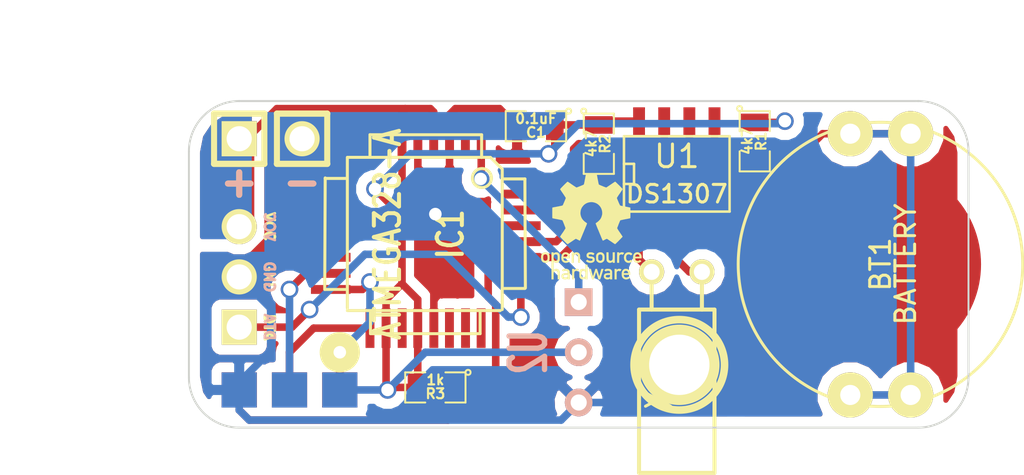
<source format=kicad_pcb>
(kicad_pcb (version 3) (host pcbnew "(2014-02-26 BZR 4721)-product")

  (general
    (links 40)
    (no_connects 0)
    (area 25.349287 20.645 76.728206 44.551601)
    (thickness 1.6)
    (drawings 20)
    (tracks 162)
    (zones 0)
    (modules 15)
    (nets 31)
  )

  (page A4)
  (layers
    (15 F.Cu signal)
    (0 B.Cu signal)
    (16 B.Adhes user)
    (17 F.Adhes user)
    (18 B.Paste user)
    (19 F.Paste user)
    (20 B.SilkS user)
    (21 F.SilkS user)
    (22 B.Mask user)
    (23 F.Mask user)
    (24 Dwgs.User user)
    (25 Cmts.User user)
    (26 Eco1.User user)
    (27 Eco2.User user)
    (28 Edge.Cuts user)
  )

  (setup
    (last_trace_width 1.524)
    (user_trace_width 0.381)
    (user_trace_width 1.016)
    (user_trace_width 1.524)
    (trace_clearance 0.254)
    (zone_clearance 0.508)
    (zone_45_only no)
    (trace_min 0.254)
    (segment_width 0.2)
    (edge_width 0.1)
    (via_size 0.889)
    (via_drill 0.635)
    (via_min_size 0.889)
    (via_min_drill 0.508)
    (uvia_size 0.508)
    (uvia_drill 0.127)
    (uvias_allowed no)
    (uvia_min_size 0.508)
    (uvia_min_drill 0.127)
    (pcb_text_width 0.3)
    (pcb_text_size 1.5 1.5)
    (mod_edge_width 0.15)
    (mod_text_size 1 1)
    (mod_text_width 0.15)
    (pad_size 1.778 1.778)
    (pad_drill 0)
    (pad_to_mask_clearance 0)
    (aux_axis_origin 0 0)
    (grid_origin 33.02 27.305)
    (visible_elements FFFFFF7F)
    (pcbplotparams
      (layerselection 3178497)
      (usegerberextensions true)
      (excludeedgelayer true)
      (linewidth 0.150000)
      (plotframeref false)
      (viasonmask false)
      (mode 1)
      (useauxorigin false)
      (hpglpennumber 1)
      (hpglpenspeed 20)
      (hpglpendiameter 15)
      (hpglpenoverlay 2)
      (psnegative false)
      (psa4output false)
      (plotreference true)
      (plotvalue true)
      (plotothertext true)
      (plotinvisibletext false)
      (padsonsilk false)
      (subtractmaskfromsilk false)
      (outputformat 1)
      (mirror false)
      (drillshape 1)
      (scaleselection 1)
      (outputdirectory ""))
  )

  (net 0 "")
  (net 1 /IROUT)
  (net 2 /LED_OUT)
  (net 3 /MISO)
  (net 4 /MOSI)
  (net 5 /RESET)
  (net 6 /RTC_X1)
  (net 7 /RTC_X2)
  (net 8 /SCK)
  (net 9 /SCL)
  (net 10 /SDA)
  (net 11 /SQW)
  (net 12 /VBAT)
  (net 13 GND)
  (net 14 "Net-(IC1-Pad10)")
  (net 15 "Net-(IC1-Pad11)")
  (net 16 "Net-(IC1-Pad12)")
  (net 17 "Net-(IC1-Pad13)")
  (net 18 "Net-(IC1-Pad14)")
  (net 19 "Net-(IC1-Pad19)")
  (net 20 "Net-(IC1-Pad2)")
  (net 21 "Net-(IC1-Pad22)")
  (net 22 "Net-(IC1-Pad23)")
  (net 23 "Net-(IC1-Pad24)")
  (net 24 "Net-(IC1-Pad26)")
  (net 25 "Net-(IC1-Pad30)")
  (net 26 "Net-(IC1-Pad31)")
  (net 27 "Net-(IC1-Pad7)")
  (net 28 "Net-(IC1-Pad8)")
  (net 29 "Net-(IC1-Pad9)")
  (net 30 VCC)

  (net_class Default "This is the default net class."
    (clearance 0.254)
    (trace_width 0.508)
    (via_dia 0.889)
    (via_drill 0.635)
    (uvia_dia 0.508)
    (uvia_drill 0.127)
    (add_net "")
    (add_net /IROUT)
    (add_net /LED_OUT)
    (add_net /MISO)
    (add_net /MOSI)
    (add_net /RESET)
    (add_net /RTC_X1)
    (add_net /RTC_X2)
    (add_net /SCK)
    (add_net /SCL)
    (add_net /SDA)
    (add_net /SQW)
    (add_net /VBAT)
    (add_net GND)
    (add_net "Net-(IC1-Pad10)")
    (add_net "Net-(IC1-Pad11)")
    (add_net "Net-(IC1-Pad12)")
    (add_net "Net-(IC1-Pad13)")
    (add_net "Net-(IC1-Pad14)")
    (add_net "Net-(IC1-Pad19)")
    (add_net "Net-(IC1-Pad2)")
    (add_net "Net-(IC1-Pad22)")
    (add_net "Net-(IC1-Pad23)")
    (add_net "Net-(IC1-Pad24)")
    (add_net "Net-(IC1-Pad26)")
    (add_net "Net-(IC1-Pad30)")
    (add_net "Net-(IC1-Pad31)")
    (add_net "Net-(IC1-Pad7)")
    (add_net "Net-(IC1-Pad8)")
    (add_net "Net-(IC1-Pad9)")
    (add_net VCC)
  )

  (module conn:SIL-3 (layer B.Cu) (tedit 53864D1E) (tstamp 537ADFBC)
    (at 53.975 38.1 270)
    (descr "Connecteur 3 pins")
    (tags "CONN DEV")
    (path /537AD35C)
    (fp_text reference U2 (at 0 2.54 270) (layer B.SilkS)
      (effects (font (size 1.7907 1.07696) (thickness 0.3048)) (justify mirror))
    )
    (fp_text value TSOP39338 (at 0 2.54 270) (layer B.SilkS) hide
      (effects (font (size 1.524 1.016) (thickness 0.3048)) (justify mirror))
    )
    (pad 1 thru_hole rect (at -2.54 0 270) (size 1.397 1.397) (drill 0.8128) (layers *.Cu *.Mask B.SilkS)
      (net 1 /IROUT))
    (pad 2 thru_hole circle (at 0 0 270) (size 1.397 1.397) (drill 0.8128) (layers *.Cu *.Mask B.SilkS)
      (net 30 VCC))
    (pad 3 thru_hole circle (at 2.54 0 270) (size 1.397 1.397) (drill 0.8128) (layers *.Cu *.Mask B.SilkS)
      (net 13 GND))
  )

  (module conn:SIL-3 (layer F.Cu) (tedit 53864C93) (tstamp 537ADF81)
    (at 36.83 34.29 90)
    (descr "Connecteur 3 pins")
    (tags "CONN DEV")
    (path /537AD616)
    (fp_text reference K1 (at 1.27 -2.54 90) (layer F.SilkS) hide
      (effects (font (size 1.7907 1.07696) (thickness 0.26924)))
    )
    (fp_text value CONN_3 (at 0 -2.54 90) (layer F.SilkS) hide
      (effects (font (size 1.524 1.016) (thickness 0.3048)))
    )
    (pad 1 thru_hole rect (at -2.54 0 90) (size 1.778 1.778) (drill 1.27) (layers *.Cu *.Mask F.SilkS)
      (net 2 /LED_OUT) (zone_connect 2))
    (pad 2 thru_hole circle (at 0 0 90) (size 1.778 1.778) (drill 1.27) (layers *.Cu *.Mask F.SilkS)
      (net 13 GND) (zone_connect 2))
    (pad 3 thru_hole circle (at 2.54 0 90) (size 1.778 1.778) (drill 1.27) (layers *.Cu *.Mask F.SilkS)
      (net 30 VCC) (zone_connect 2))
  )

  (module discrete:QMONTRE (layer F.Cu) (tedit 451BB194) (tstamp 537ADFD6)
    (at 58.928 34.036)
    (path /537ACF32)
    (fp_text reference X2 (at -0.889 5.969 90) (layer F.SilkS)
      (effects (font (size 1.27 1.016) (thickness 0.1524)))
    )
    (fp_text value "32,768 kHz" (at 0.889 6.096 90) (layer F.SilkS) hide
      (effects (font (size 1.27 0.762) (thickness 0.1524)))
    )
    (fp_line (start -1.905 1.905) (end 1.905 1.905) (layer F.SilkS) (width 0.2032))
    (fp_line (start 1.905 1.905) (end 1.905 10.16) (layer F.SilkS) (width 0.2032))
    (fp_line (start 1.905 10.16) (end -1.905 10.16) (layer F.SilkS) (width 0.2032))
    (fp_line (start -1.905 10.16) (end -1.905 1.905) (layer F.SilkS) (width 0.2032))
    (fp_line (start -1.27 0) (end -1.27 1.905) (layer F.SilkS) (width 0.2032))
    (fp_line (start 1.27 0) (end 1.27 1.905) (layer F.SilkS) (width 0.2032))
    (pad 1 thru_hole circle (at -1.27 0) (size 1.27 1.27) (drill 0.8128) (layers *.Cu *.Mask F.SilkS)
      (net 6 /RTC_X1))
    (pad 2 thru_hole circle (at 1.27 0) (size 1.27 1.27) (drill 0.8128) (layers *.Cu *.Mask F.SilkS)
      (net 7 /RTC_X2))
    (model discret/qmontre.wrl
      (at (xyz 0 0 0))
      (scale (xyz 1 1 1))
      (rotate (xyz 0 0 0))
    )
  )

  (module conn:1pin (layer F.Cu) (tedit 53863925) (tstamp 537B7B52)
    (at 59.055 38.735)
    (descr "module 1 pin (ou trou mecanique de percage)")
    (tags DEV)
    (path 1pin)
    (fp_text reference 1PIN (at 0 -3.048) (layer F.SilkS) hide
      (effects (font (size 1.016 1.016) (thickness 0.254)))
    )
    (fp_text value P*** (at 0 2.794) (layer F.SilkS) hide
      (effects (font (size 1.016 1.016) (thickness 0.254)))
    )
    (fp_circle (center 0 0) (end 0 -2.286) (layer F.SilkS) (width 0.381))
    (pad 1 thru_hole circle (at 0 0) (size 4.064 4.064) (drill 3.048) (layers *.Cu *.Mask F.SilkS)
      (net 13 GND) (zone_connect 2))
  )

  (module ring60:BAT-HLD-012-THM (layer F.Cu) (tedit 537CBC27) (tstamp 537BB561)
    (at 69.215 33.655 90)
    (path /537ACF90)
    (fp_text reference BT1 (at 0 0 90) (layer F.SilkS)
      (effects (font (size 1 1) (thickness 0.15)))
    )
    (fp_text value BATTERY (at 0 1.27 90) (layer F.SilkS)
      (effects (font (size 1 1) (thickness 0.15)))
    )
    (fp_circle (center 0 0) (end 5.08 -5.08) (layer F.SilkS) (width 0.15))
    (pad 2 smd circle (at 0 0 90) (size 10.16 10.16) (layers F.Cu F.Paste F.Mask)
      (net 13 GND) (zone_connect 2))
    (pad 1 thru_hole circle (at 6.604 -1.524 90) (size 2.286 2.286) (drill 1.016) (layers *.Cu *.Mask F.SilkS)
      (net 12 /VBAT))
    (pad 1 thru_hole circle (at 6.604 1.524 90) (size 2.286 2.286) (drill 1.016) (layers *.Cu *.Mask F.SilkS)
      (net 12 /VBAT))
    (pad 1 thru_hole circle (at -6.604 -1.524 90) (size 2.286 2.286) (drill 1.016) (layers *.Cu *.Mask F.SilkS)
      (net 12 /VBAT))
    (pad 1 thru_hole circle (at -6.604 1.524 90) (size 2.286 2.286) (drill 1.016) (layers *.Cu *.Mask F.SilkS)
      (net 12 /VBAT))
  )

  (module cms:SM0805 (layer F.Cu) (tedit 5091495C) (tstamp 537E3BD6)
    (at 51.816 26.67 180)
    (path /537ACFF9)
    (attr smd)
    (fp_text reference C1 (at 0 -0.3175 180) (layer F.SilkS)
      (effects (font (size 0.50038 0.50038) (thickness 0.10922)))
    )
    (fp_text value 0.1uF (at 0 0.381 180) (layer F.SilkS)
      (effects (font (size 0.50038 0.50038) (thickness 0.10922)))
    )
    (fp_circle (center -1.651 0.762) (end -1.651 0.635) (layer F.SilkS) (width 0.09906))
    (fp_line (start -0.508 0.762) (end -1.524 0.762) (layer F.SilkS) (width 0.09906))
    (fp_line (start -1.524 0.762) (end -1.524 -0.762) (layer F.SilkS) (width 0.09906))
    (fp_line (start -1.524 -0.762) (end -0.508 -0.762) (layer F.SilkS) (width 0.09906))
    (fp_line (start 0.508 -0.762) (end 1.524 -0.762) (layer F.SilkS) (width 0.09906))
    (fp_line (start 1.524 -0.762) (end 1.524 0.762) (layer F.SilkS) (width 0.09906))
    (fp_line (start 1.524 0.762) (end 0.508 0.762) (layer F.SilkS) (width 0.09906))
    (pad 1 smd rect (at -0.9525 0 180) (size 0.889 1.397) (layers F.Cu F.Paste F.Mask)
      (net 30 VCC))
    (pad 2 smd rect (at 0.9525 0 180) (size 0.889 1.397) (layers F.Cu F.Paste F.Mask)
      (net 13 GND))
    (model smd/chip_cms.wrl
      (at (xyz 0 0 0))
      (scale (xyz 0.1 0.1 0.1))
      (rotate (xyz 0 0 0))
    )
  )

  (module cms:SM0805 (layer F.Cu) (tedit 5091495C) (tstamp 537E3BFA)
    (at 62.865 27.432 270)
    (path /537AD150)
    (attr smd)
    (fp_text reference R1 (at 0 -0.3175 270) (layer F.SilkS)
      (effects (font (size 0.50038 0.50038) (thickness 0.10922)))
    )
    (fp_text value 4k7 (at 0 0.381 270) (layer F.SilkS)
      (effects (font (size 0.50038 0.50038) (thickness 0.10922)))
    )
    (fp_circle (center -1.651 0.762) (end -1.651 0.635) (layer F.SilkS) (width 0.09906))
    (fp_line (start -0.508 0.762) (end -1.524 0.762) (layer F.SilkS) (width 0.09906))
    (fp_line (start -1.524 0.762) (end -1.524 -0.762) (layer F.SilkS) (width 0.09906))
    (fp_line (start -1.524 -0.762) (end -0.508 -0.762) (layer F.SilkS) (width 0.09906))
    (fp_line (start 0.508 -0.762) (end 1.524 -0.762) (layer F.SilkS) (width 0.09906))
    (fp_line (start 1.524 -0.762) (end 1.524 0.762) (layer F.SilkS) (width 0.09906))
    (fp_line (start 1.524 0.762) (end 0.508 0.762) (layer F.SilkS) (width 0.09906))
    (pad 1 smd rect (at -0.9525 0 270) (size 0.889 1.397) (layers F.Cu F.Paste F.Mask)
      (net 30 VCC))
    (pad 2 smd rect (at 0.9525 0 270) (size 0.889 1.397) (layers F.Cu F.Paste F.Mask)
      (net 10 /SDA))
    (model smd/chip_cms.wrl
      (at (xyz 0 0 0))
      (scale (xyz 0.1 0.1 0.1))
      (rotate (xyz 0 0 0))
    )
  )

  (module cms:SM0805 (layer F.Cu) (tedit 5091495C) (tstamp 537E3C06)
    (at 54.991 27.559 270)
    (path /537AD162)
    (attr smd)
    (fp_text reference R2 (at 0 -0.3175 270) (layer F.SilkS)
      (effects (font (size 0.50038 0.50038) (thickness 0.10922)))
    )
    (fp_text value 4k7 (at 0 0.381 270) (layer F.SilkS)
      (effects (font (size 0.50038 0.50038) (thickness 0.10922)))
    )
    (fp_circle (center -1.651 0.762) (end -1.651 0.635) (layer F.SilkS) (width 0.09906))
    (fp_line (start -0.508 0.762) (end -1.524 0.762) (layer F.SilkS) (width 0.09906))
    (fp_line (start -1.524 0.762) (end -1.524 -0.762) (layer F.SilkS) (width 0.09906))
    (fp_line (start -1.524 -0.762) (end -0.508 -0.762) (layer F.SilkS) (width 0.09906))
    (fp_line (start 0.508 -0.762) (end 1.524 -0.762) (layer F.SilkS) (width 0.09906))
    (fp_line (start 1.524 -0.762) (end 1.524 0.762) (layer F.SilkS) (width 0.09906))
    (fp_line (start 1.524 0.762) (end 0.508 0.762) (layer F.SilkS) (width 0.09906))
    (pad 1 smd rect (at -0.9525 0 270) (size 0.889 1.397) (layers F.Cu F.Paste F.Mask)
      (net 30 VCC))
    (pad 2 smd rect (at 0.9525 0 270) (size 0.889 1.397) (layers F.Cu F.Paste F.Mask)
      (net 9 /SCL))
    (model smd/chip_cms.wrl
      (at (xyz 0 0 0))
      (scale (xyz 0.1 0.1 0.1))
      (rotate (xyz 0 0 0))
    )
  )

  (module cms:SM0805 (layer F.Cu) (tedit 5091495C) (tstamp 537E50F1)
    (at 46.736 39.878 180)
    (path /537E508D)
    (attr smd)
    (fp_text reference R3 (at 0 -0.3175 180) (layer F.SilkS)
      (effects (font (size 0.50038 0.50038) (thickness 0.10922)))
    )
    (fp_text value 1k (at 0 0.381 180) (layer F.SilkS)
      (effects (font (size 0.50038 0.50038) (thickness 0.10922)))
    )
    (fp_circle (center -1.651 0.762) (end -1.651 0.635) (layer F.SilkS) (width 0.09906))
    (fp_line (start -0.508 0.762) (end -1.524 0.762) (layer F.SilkS) (width 0.09906))
    (fp_line (start -1.524 0.762) (end -1.524 -0.762) (layer F.SilkS) (width 0.09906))
    (fp_line (start -1.524 -0.762) (end -0.508 -0.762) (layer F.SilkS) (width 0.09906))
    (fp_line (start 0.508 -0.762) (end 1.524 -0.762) (layer F.SilkS) (width 0.09906))
    (fp_line (start 1.524 -0.762) (end 1.524 0.762) (layer F.SilkS) (width 0.09906))
    (fp_line (start 1.524 0.762) (end 0.508 0.762) (layer F.SilkS) (width 0.09906))
    (pad 1 smd rect (at -0.9525 0 180) (size 0.889 1.397) (layers F.Cu F.Paste F.Mask)
      (net 5 /RESET))
    (pad 2 smd rect (at 0.9525 0 180) (size 0.889 1.397) (layers F.Cu F.Paste F.Mask)
      (net 30 VCC))
    (model smd/chip_cms.wrl
      (at (xyz 0 0 0))
      (scale (xyz 0.1 0.1 0.1))
      (rotate (xyz 0 0 0))
    )
  )

  (module custom:Open_Source_Hardware_Logo (layer F.Cu) (tedit 0) (tstamp 537FF971)
    (at 54.61 31.75)
    (fp_text reference VAL (at 0 0) (layer F.SilkS) hide
      (effects (font (size 0.381 0.381) (thickness 0.127)))
    )
    (fp_text value REF (at 0 0) (layer F.SilkS) hide
      (effects (font (size 0.381 0.381) (thickness 0.127)))
    )
    (fp_poly (pts (xy -1.08712 2.66446) (xy -1.14046 2.66446) (xy -1.1938 2.66446) (xy -1.1938 2.6416)
      (xy -1.1938 2.62128) (xy -1.1938 2.48158) (xy -1.1938 2.43586) (xy -1.2573 2.43586)
      (xy -1.3081 2.4384) (xy -1.34874 2.44348) (xy -1.37668 2.45364) (xy -1.397 2.46634)
      (xy -1.40716 2.48412) (xy -1.4097 2.50444) (xy -1.40208 2.52984) (xy -1.3843 2.55016)
      (xy -1.3589 2.56286) (xy -1.35382 2.56286) (xy -1.3208 2.56794) (xy -1.28524 2.56794)
      (xy -1.25222 2.5654) (xy -1.23952 2.56286) (xy -1.2192 2.5527) (xy -1.20396 2.54)
      (xy -1.19634 2.51714) (xy -1.1938 2.48666) (xy -1.1938 2.48158) (xy -1.1938 2.62128)
      (xy -1.21412 2.63906) (xy -1.2446 2.65684) (xy -1.2827 2.667) (xy -1.32588 2.66954)
      (xy -1.36906 2.66446) (xy -1.39954 2.65684) (xy -1.44272 2.63652) (xy -1.47574 2.60858)
      (xy -1.49606 2.57048) (xy -1.50622 2.5273) (xy -1.50876 2.50698) (xy -1.50368 2.46126)
      (xy -1.4859 2.42316) (xy -1.45796 2.39014) (xy -1.41986 2.36982) (xy -1.38938 2.35966)
      (xy -1.36652 2.35458) (xy -1.33604 2.35204) (xy -1.30048 2.3495) (xy -1.27254 2.3495)
      (xy -1.1938 2.3495) (xy -1.19634 2.30632) (xy -1.19888 2.27584) (xy -1.2065 2.25552)
      (xy -1.22174 2.24282) (xy -1.2446 2.2352) (xy -1.28016 2.23012) (xy -1.28778 2.23012)
      (xy -1.32842 2.23012) (xy -1.3589 2.23774) (xy -1.38684 2.25044) (xy -1.397 2.25806)
      (xy -1.40462 2.2606) (xy -1.41478 2.25806) (xy -1.43002 2.2479) (xy -1.44526 2.2352)
      (xy -1.46304 2.2225) (xy -1.47574 2.2098) (xy -1.48082 2.20472) (xy -1.48082 2.20218)
      (xy -1.47574 2.19456) (xy -1.46304 2.17932) (xy -1.44272 2.16662) (xy -1.41986 2.15392)
      (xy -1.41224 2.14884) (xy -1.3843 2.13868) (xy -1.35128 2.1336) (xy -1.31826 2.13106)
      (xy -1.25476 2.13106) (xy -1.20142 2.14122) (xy -1.15824 2.16154) (xy -1.12522 2.18948)
      (xy -1.1049 2.21996) (xy -1.08712 2.25298) (xy -1.08712 2.45872) (xy -1.08712 2.66446)
      (xy -1.08712 2.66446)) (layer F.SilkS) (width 0.00254))
    (fp_poly (pts (xy -0.18796 2.66446) (xy -0.2413 2.66446) (xy -0.29464 2.66446) (xy -0.29464 2.63652)
      (xy -0.29464 2.60858) (xy -0.29718 2.61112) (xy -0.29718 2.39776) (xy -0.29718 2.35204)
      (xy -0.29972 2.31902) (xy -0.3048 2.29362) (xy -0.31496 2.27584) (xy -0.32512 2.2606)
      (xy -0.3429 2.25044) (xy -0.37338 2.23774) (xy -0.4064 2.2352) (xy -0.43942 2.24536)
      (xy -0.46736 2.2606) (xy -0.48514 2.28346) (xy -0.49022 2.29616) (xy -0.49276 2.30886)
      (xy -0.4953 2.32918) (xy -0.49784 2.35712) (xy -0.49784 2.39522) (xy -0.49784 2.4003)
      (xy -0.49784 2.4384) (xy -0.4953 2.46634) (xy -0.4953 2.48666) (xy -0.49022 2.49936)
      (xy -0.48768 2.51206) (xy -0.4826 2.51714) (xy -0.46228 2.54) (xy -0.4318 2.55778)
      (xy -0.39878 2.56286) (xy -0.39624 2.56286) (xy -0.37338 2.56032) (xy -0.35052 2.5527)
      (xy -0.34798 2.5527) (xy -0.3302 2.54) (xy -0.31496 2.52476) (xy -0.30734 2.5019)
      (xy -0.29972 2.47396) (xy -0.29718 2.43586) (xy -0.29718 2.39776) (xy -0.29718 2.61112)
      (xy -0.32004 2.6289) (xy -0.36068 2.6543) (xy -0.4064 2.667) (xy -0.45466 2.667)
      (xy -0.49022 2.65938) (xy -0.5207 2.64414) (xy -0.55118 2.62128) (xy -0.57658 2.59334)
      (xy -0.59182 2.56286) (xy -0.59436 2.55524) (xy -0.59944 2.53492) (xy -0.60198 2.50698)
      (xy -0.60452 2.46888) (xy -0.60452 2.42824) (xy -0.60452 2.38506) (xy -0.60452 2.34188)
      (xy -0.60198 2.30378) (xy -0.59944 2.27076) (xy -0.5969 2.2479) (xy -0.59436 2.2352)
      (xy -0.56896 2.19456) (xy -0.53594 2.16408) (xy -0.4953 2.14122) (xy -0.45466 2.13106)
      (xy -0.40894 2.13106) (xy -0.36576 2.14122) (xy -0.32512 2.16408) (xy -0.31496 2.1717)
      (xy -0.29464 2.18948) (xy -0.29464 2.0574) (xy -0.29464 1.92278) (xy -0.2413 1.92278)
      (xy -0.18796 1.92278) (xy -0.18796 2.29362) (xy -0.18796 2.66446) (xy -0.18796 2.66446)) (layer F.SilkS) (width 0.00254))
    (fp_poly (pts (xy 1.0541 2.66446) (xy 1.00076 2.66446) (xy 0.94742 2.66446) (xy 0.94742 2.6416)
      (xy 0.94742 2.61874) (xy 0.94742 2.47142) (xy 0.94742 2.43586) (xy 0.86614 2.4384)
      (xy 0.82042 2.44094) (xy 0.7874 2.44602) (xy 0.76454 2.4511) (xy 0.7493 2.46126)
      (xy 0.73914 2.47396) (xy 0.73406 2.48412) (xy 0.73152 2.50444) (xy 0.7366 2.52476)
      (xy 0.7366 2.5273) (xy 0.74422 2.54254) (xy 0.7493 2.55016) (xy 0.7493 2.55016)
      (xy 0.75692 2.5527) (xy 0.76962 2.55778) (xy 0.77724 2.56032) (xy 0.8001 2.5654)
      (xy 0.83058 2.56794) (xy 0.86106 2.56794) (xy 0.889 2.5654) (xy 0.91186 2.56032)
      (xy 0.91948 2.55524) (xy 0.93472 2.54) (xy 0.94488 2.51206) (xy 0.94742 2.47142)
      (xy 0.94742 2.47142) (xy 0.94742 2.61874) (xy 0.9271 2.63652) (xy 0.9017 2.6543)
      (xy 0.8636 2.66446) (xy 0.82296 2.66954) (xy 0.77978 2.667) (xy 0.74422 2.65684)
      (xy 0.6985 2.63652) (xy 0.66548 2.60858) (xy 0.64262 2.57302) (xy 0.63246 2.52984)
      (xy 0.63246 2.50698) (xy 0.63754 2.46126) (xy 0.65532 2.42316) (xy 0.67818 2.39522)
      (xy 0.69596 2.37998) (xy 0.71628 2.36982) (xy 0.73914 2.3622) (xy 0.76708 2.35712)
      (xy 0.80518 2.35204) (xy 0.84836 2.35204) (xy 0.94742 2.34696) (xy 0.94742 2.3114)
      (xy 0.94742 2.28854) (xy 0.94234 2.26822) (xy 0.9398 2.26314) (xy 0.92456 2.2479)
      (xy 0.9017 2.23774) (xy 0.87122 2.23012) (xy 0.8382 2.23012) (xy 0.80518 2.23266)
      (xy 0.77724 2.24028) (xy 0.75438 2.25298) (xy 0.7493 2.25806) (xy 0.74422 2.26314)
      (xy 0.7366 2.26314) (xy 0.7239 2.25552) (xy 0.70612 2.24282) (xy 0.70104 2.23774)
      (xy 0.68072 2.2225) (xy 0.66802 2.2098) (xy 0.6604 2.20218) (xy 0.6604 2.20218)
      (xy 0.66548 2.19202) (xy 0.68072 2.17932) (xy 0.70104 2.16408) (xy 0.7239 2.15138)
      (xy 0.74676 2.14122) (xy 0.75438 2.13868) (xy 0.78994 2.13106) (xy 0.83312 2.13106)
      (xy 0.87884 2.13106) (xy 0.92202 2.13868) (xy 0.95758 2.14884) (xy 0.96012 2.14884)
      (xy 0.99568 2.1717) (xy 1.02362 2.19964) (xy 1.04394 2.23266) (xy 1.04648 2.24282)
      (xy 1.04902 2.25806) (xy 1.05156 2.28854) (xy 1.0541 2.33172) (xy 1.0541 2.3876)
      (xy 1.0541 2.45618) (xy 1.0541 2.46634) (xy 1.0541 2.66446) (xy 1.0541 2.66446)) (layer F.SilkS) (width 0.00254))
    (fp_poly (pts (xy 1.9685 2.43586) (xy 1.86436 2.43586) (xy 1.86436 2.3495) (xy 1.85928 2.32918)
      (xy 1.84912 2.29616) (xy 1.83388 2.26822) (xy 1.81356 2.2479) (xy 1.78816 2.2352)
      (xy 1.75514 2.23012) (xy 1.72212 2.23266) (xy 1.69672 2.24282) (xy 1.67132 2.26314)
      (xy 1.65354 2.29108) (xy 1.64338 2.31902) (xy 1.64338 2.33172) (xy 1.64338 2.3495)
      (xy 1.7526 2.3495) (xy 1.86436 2.3495) (xy 1.86436 2.43586) (xy 1.80594 2.43586)
      (xy 1.64338 2.43586) (xy 1.64338 2.46126) (xy 1.64846 2.4892) (xy 1.66116 2.51968)
      (xy 1.68402 2.54254) (xy 1.69164 2.55016) (xy 1.7272 2.5654) (xy 1.76784 2.56794)
      (xy 1.80848 2.56032) (xy 1.84912 2.54254) (xy 1.85166 2.54) (xy 1.8669 2.52984)
      (xy 1.8796 2.5273) (xy 1.8923 2.52984) (xy 1.90754 2.54) (xy 1.92786 2.55778)
      (xy 1.93294 2.56286) (xy 1.95834 2.58318) (xy 1.9431 2.60096) (xy 1.91008 2.62636)
      (xy 1.8669 2.64668) (xy 1.82118 2.66192) (xy 1.77292 2.66954) (xy 1.72466 2.667)
      (xy 1.70688 2.66446) (xy 1.65608 2.64414) (xy 1.6129 2.6162) (xy 1.61036 2.61366)
      (xy 1.57988 2.5781) (xy 1.55702 2.54) (xy 1.54432 2.49174) (xy 1.5367 2.43332)
      (xy 1.5367 2.4003) (xy 1.53924 2.3368) (xy 1.5494 2.28092) (xy 1.56972 2.2352)
      (xy 1.59512 2.1971) (xy 1.61036 2.18186) (xy 1.64846 2.15392) (xy 1.69164 2.13614)
      (xy 1.7399 2.13106) (xy 1.78816 2.1336) (xy 1.83388 2.1463) (xy 1.87706 2.16916)
      (xy 1.905 2.19202) (xy 1.93294 2.22758) (xy 1.95326 2.27076) (xy 1.96596 2.3241)
      (xy 1.9685 2.38252) (xy 1.9685 2.3876) (xy 1.9685 2.43586) (xy 1.9685 2.43586)) (layer F.SilkS) (width 0.00254))
    (fp_poly (pts (xy -1.5875 2.66446) (xy -1.64338 2.66446) (xy -1.69418 2.66446) (xy -1.69672 2.4892)
      (xy -1.69672 2.43332) (xy -1.69672 2.39268) (xy -1.69672 2.35966) (xy -1.69672 2.33426)
      (xy -1.69926 2.31648) (xy -1.7018 2.30378) (xy -1.70434 2.29362) (xy -1.70688 2.28854)
      (xy -1.7272 2.26314) (xy -1.75514 2.24536) (xy -1.78562 2.2352) (xy -1.8161 2.23774)
      (xy -1.84658 2.2479) (xy -1.87198 2.26822) (xy -1.88722 2.28854) (xy -1.8923 2.2987)
      (xy -1.89484 2.30886) (xy -1.89738 2.31902) (xy -1.89992 2.33426) (xy -1.90246 2.35712)
      (xy -1.90246 2.38506) (xy -1.90246 2.42062) (xy -1.90246 2.46888) (xy -1.90246 2.49174)
      (xy -1.90246 2.66446) (xy -1.9558 2.66446) (xy -2.00914 2.66446) (xy -2.00914 1.97866)
      (xy -2.00914 1.2954) (xy -1.9558 1.2954) (xy -1.90246 1.2954) (xy -1.90246 1.32334)
      (xy -1.90246 1.34874) (xy -1.8796 1.3335) (xy -1.8415 1.3081) (xy -1.80086 1.29794)
      (xy -1.76276 1.29286) (xy -1.71704 1.30048) (xy -1.6764 1.31572) (xy -1.64084 1.34366)
      (xy -1.6129 1.37668) (xy -1.59766 1.41732) (xy -1.59512 1.4224) (xy -1.59258 1.44526)
      (xy -1.59004 1.47574) (xy -1.59004 1.51638) (xy -1.59004 1.55702) (xy -1.59004 1.6002)
      (xy -1.59004 1.64084) (xy -1.59258 1.67386) (xy -1.59512 1.69926) (xy -1.59512 1.7018)
      (xy -1.61036 1.74244) (xy -1.63576 1.778) (xy -1.66878 1.8034) (xy -1.69672 1.8161)
      (xy -1.69672 1.56972) (xy -1.69672 1.5621) (xy -1.69672 1.50876) (xy -1.70434 1.47066)
      (xy -1.7145 1.44018) (xy -1.72974 1.41986) (xy -1.7526 1.40716) (xy -1.78054 1.40208)
      (xy -1.80086 1.39954) (xy -1.83388 1.40462) (xy -1.85928 1.41732) (xy -1.8796 1.43764)
      (xy -1.8923 1.46812) (xy -1.89992 1.5113) (xy -1.90246 1.54686) (xy -1.89992 1.60274)
      (xy -1.89484 1.64846) (xy -1.8796 1.68402) (xy -1.85928 1.70688) (xy -1.83388 1.72212)
      (xy -1.8288 1.72212) (xy -1.79324 1.72466) (xy -1.75768 1.71704) (xy -1.7399 1.71196)
      (xy -1.72212 1.69926) (xy -1.71196 1.67894) (xy -1.7018 1.65354) (xy -1.69672 1.61798)
      (xy -1.69672 1.56972) (xy -1.69672 1.8161) (xy -1.70688 1.82118) (xy -1.74752 1.83134)
      (xy -1.7907 1.8288) (xy -1.83134 1.81864) (xy -1.8669 1.79832) (xy -1.88214 1.78816)
      (xy -1.8923 1.78054) (xy -1.89484 1.78054) (xy -1.89738 1.78054) (xy -1.89738 1.78816)
      (xy -1.89992 1.8034) (xy -1.89992 1.82626) (xy -1.90246 1.85928) (xy -1.90246 1.90246)
      (xy -1.90246 1.9558) (xy -1.90246 1.98374) (xy -1.90246 2.19202) (xy -1.88468 2.17424)
      (xy -1.84658 2.14884) (xy -1.80594 2.1336) (xy -1.7653 2.12852) (xy -1.72212 2.13614)
      (xy -1.68148 2.15138) (xy -1.64592 2.17678) (xy -1.61544 2.21234) (xy -1.60528 2.23266)
      (xy -1.6002 2.24282) (xy -1.59766 2.25298) (xy -1.59512 2.26314) (xy -1.59258 2.27584)
      (xy -1.59004 2.29616) (xy -1.59004 2.31902) (xy -1.59004 2.35204) (xy -1.59004 2.39522)
      (xy -1.59004 2.44856) (xy -1.5875 2.4638) (xy -1.5875 2.66446) (xy -1.5875 2.66446)) (layer F.SilkS) (width 0.00254))
    (fp_poly (pts (xy -0.61722 2.16662) (xy -0.61976 2.17678) (xy -0.62992 2.18948) (xy -0.6477 2.21234)
      (xy -0.66548 2.23266) (xy -0.67818 2.2479) (xy -0.68834 2.25552) (xy -0.69088 2.25552)
      (xy -0.70104 2.25298) (xy -0.71374 2.24536) (xy -0.74168 2.23774) (xy -0.77216 2.23774)
      (xy -0.8001 2.24536) (xy -0.81534 2.25044) (xy -0.82804 2.2606) (xy -0.8382 2.27076)
      (xy -0.84582 2.28092) (xy -0.8509 2.29616) (xy -0.85598 2.31648) (xy -0.85852 2.34442)
      (xy -0.86106 2.37998) (xy -0.86106 2.4257) (xy -0.86106 2.48158) (xy -0.86106 2.4892)
      (xy -0.86106 2.66446) (xy -0.9144 2.66446) (xy -0.96774 2.66446) (xy -0.96774 2.4003)
      (xy -0.96774 2.13614) (xy -0.9144 2.13614) (xy -0.86106 2.13614) (xy -0.86106 2.16408)
      (xy -0.86106 2.19202) (xy -0.84328 2.17424) (xy -0.80772 2.14884) (xy -0.76454 2.1336)
      (xy -0.72136 2.13106) (xy -0.67564 2.13614) (xy -0.635 2.15392) (xy -0.6223 2.16154)
      (xy -0.61722 2.16662) (xy -0.61722 2.16662)) (layer F.SilkS) (width 0.00254))
    (fp_poly (pts (xy 0.61976 2.13868) (xy 0.5461 2.36728) (xy 0.52832 2.42062) (xy 0.51308 2.47142)
      (xy 0.49784 2.51968) (xy 0.48514 2.56032) (xy 0.47498 2.59334) (xy 0.46736 2.6162)
      (xy 0.46228 2.6289) (xy 0.45212 2.66446) (xy 0.4064 2.66446) (xy 0.35814 2.66446)
      (xy 0.30734 2.49428) (xy 0.29464 2.44856) (xy 0.28194 2.40538) (xy 0.26924 2.36982)
      (xy 0.26162 2.33934) (xy 0.254 2.31902) (xy 0.25146 2.30886) (xy 0.24892 2.30632)
      (xy 0.24638 2.30886) (xy 0.2413 2.31648) (xy 0.23622 2.33172) (xy 0.22606 2.35712)
      (xy 0.2159 2.39268) (xy 0.2032 2.43586) (xy 0.1905 2.4765) (xy 0.13462 2.65938)
      (xy 0.0889 2.66192) (xy 0.04064 2.66446) (xy -0.00762 2.5146) (xy -0.03556 2.42824)
      (xy -0.05842 2.35204) (xy -0.07874 2.286) (xy -0.09652 2.2352) (xy -0.10922 2.19456)
      (xy -0.11938 2.16662) (xy -0.12192 2.15138) (xy -0.12192 2.15138) (xy -0.12446 2.14376)
      (xy -0.12192 2.13868) (xy -0.1143 2.13614) (xy -0.09652 2.13614) (xy -0.07112 2.13614)
      (xy -0.01524 2.13614) (xy 0.03302 2.31648) (xy 0.04572 2.3622) (xy 0.05842 2.40538)
      (xy 0.06858 2.44094) (xy 0.0762 2.46888) (xy 0.08382 2.4892) (xy 0.08636 2.49682)
      (xy 0.08636 2.49682) (xy 0.0889 2.4892) (xy 0.09652 2.47396) (xy 0.10414 2.44602)
      (xy 0.11684 2.413) (xy 0.12954 2.36982) (xy 0.14478 2.3241) (xy 0.14986 2.31648)
      (xy 0.20828 2.13614) (xy 0.24638 2.13614) (xy 0.28702 2.13614) (xy 0.33782 2.29362)
      (xy 0.35052 2.33934) (xy 0.36576 2.38252) (xy 0.37846 2.42062) (xy 0.38608 2.4511)
      (xy 0.3937 2.47142) (xy 0.39624 2.47904) (xy 0.4064 2.50698) (xy 0.41656 2.46888)
      (xy 0.42164 2.45364) (xy 0.42926 2.4257) (xy 0.43942 2.39014) (xy 0.44958 2.34696)
      (xy 0.46228 2.30378) (xy 0.46736 2.28854) (xy 0.47752 2.24536) (xy 0.48768 2.20726)
      (xy 0.49784 2.17678) (xy 0.50546 2.15392) (xy 0.508 2.14122) (xy 0.51054 2.13868)
      (xy 0.51816 2.13614) (xy 0.5334 2.13614) (xy 0.5588 2.13614) (xy 0.56642 2.13614)
      (xy 0.61976 2.13868) (xy 0.61976 2.13868)) (layer F.SilkS) (width 0.00254))
    (fp_poly (pts (xy 1.524 2.16662) (xy 1.52146 2.17678) (xy 1.5113 2.18948) (xy 1.49606 2.2098)
      (xy 1.47828 2.23012) (xy 1.46558 2.24536) (xy 1.45796 2.25552) (xy 1.45796 2.25552)
      (xy 1.45034 2.25552) (xy 1.43764 2.25044) (xy 1.43256 2.2479) (xy 1.397 2.23774)
      (xy 1.36144 2.23774) (xy 1.32842 2.25044) (xy 1.30302 2.2733) (xy 1.2954 2.28346)
      (xy 1.29032 2.29108) (xy 1.28778 2.30124) (xy 1.28524 2.3114) (xy 1.2827 2.32664)
      (xy 1.2827 2.3495) (xy 1.2827 2.37998) (xy 1.2827 2.41808) (xy 1.2827 2.46888)
      (xy 1.2827 2.48412) (xy 1.2827 2.66446) (xy 1.22936 2.66446) (xy 1.17602 2.66446)
      (xy 1.17602 2.4003) (xy 1.17602 2.13614) (xy 1.22936 2.13614) (xy 1.2827 2.13614)
      (xy 1.2827 2.16408) (xy 1.2827 2.18948) (xy 1.3081 2.16662) (xy 1.3462 2.14376)
      (xy 1.38684 2.13106) (xy 1.43256 2.13106) (xy 1.47828 2.14122) (xy 1.52146 2.16154)
      (xy 1.52146 2.16154) (xy 1.524 2.16662) (xy 1.524 2.16662)) (layer F.SilkS) (width 0.00254))
    (fp_poly (pts (xy -2.10566 1.5621) (xy -2.10566 1.60528) (xy -2.1082 1.63576) (xy -2.1082 1.66116)
      (xy -2.11074 1.67894) (xy -2.11582 1.69164) (xy -2.11836 1.7018) (xy -2.14376 1.74752)
      (xy -2.17932 1.78308) (xy -2.2098 1.8034) (xy -2.2098 1.5621) (xy -2.2098 1.524)
      (xy -2.21234 1.4986) (xy -2.21488 1.47828) (xy -2.21996 1.4605) (xy -2.2225 1.45796)
      (xy -2.24282 1.43002) (xy -2.26822 1.4097) (xy -2.2987 1.39954) (xy -2.32918 1.39954)
      (xy -2.35966 1.40716) (xy -2.3876 1.42494) (xy -2.41046 1.4478) (xy -2.42316 1.47828)
      (xy -2.42824 1.50622) (xy -2.42824 1.54432) (xy -2.42824 1.58242) (xy -2.4257 1.61798)
      (xy -2.42316 1.64592) (xy -2.40792 1.67894) (xy -2.38506 1.70434) (xy -2.35458 1.71958)
      (xy -2.32156 1.72466) (xy -2.28346 1.71958) (xy -2.2606 1.70942) (xy -2.24536 1.69672)
      (xy -2.23012 1.6764) (xy -2.22504 1.66878) (xy -2.21742 1.65354) (xy -2.21234 1.6383)
      (xy -2.2098 1.62052) (xy -2.2098 1.59258) (xy -2.2098 1.5621) (xy -2.2098 1.8034)
      (xy -2.21742 1.80848) (xy -2.2606 1.82372) (xy -2.30632 1.83134) (xy -2.35458 1.8288)
      (xy -2.40284 1.8161) (xy -2.44602 1.7907) (xy -2.48412 1.75768) (xy -2.51206 1.7145)
      (xy -2.52222 1.68656) (xy -2.53238 1.64592) (xy -2.53746 1.59766) (xy -2.53746 1.54686)
      (xy -2.53492 1.49606) (xy -2.5273 1.45288) (xy -2.52222 1.43764) (xy -2.5019 1.39446)
      (xy -2.47396 1.35636) (xy -2.4384 1.32588) (xy -2.39776 1.30556) (xy -2.39522 1.30556)
      (xy -2.34188 1.29286) (xy -2.29108 1.29286) (xy -2.24028 1.30556) (xy -2.1971 1.32842)
      (xy -2.159 1.36144) (xy -2.12852 1.40462) (xy -2.11836 1.4224) (xy -2.11328 1.4351)
      (xy -2.11074 1.45034) (xy -2.1082 1.46812) (xy -2.10566 1.49352) (xy -2.10566 1.52654)
      (xy -2.10566 1.5621) (xy -2.10566 1.5621)) (layer F.SilkS) (width 0.00254))
    (fp_poly (pts (xy -1.07188 1.60274) (xy -1.18364 1.60274) (xy -1.18364 1.51638) (xy -1.18872 1.49098)
      (xy -1.20142 1.45034) (xy -1.2192 1.4224) (xy -1.24968 1.40208) (xy -1.27254 1.39446)
      (xy -1.3081 1.39192) (xy -1.34112 1.40208) (xy -1.3716 1.4224) (xy -1.39192 1.45288)
      (xy -1.40462 1.49098) (xy -1.40462 1.49098) (xy -1.4097 1.51638) (xy -1.29794 1.51638)
      (xy -1.18364 1.51638) (xy -1.18364 1.60274) (xy -1.24206 1.60274) (xy -1.4097 1.60274)
      (xy -1.40462 1.62814) (xy -1.39192 1.66624) (xy -1.3716 1.69672) (xy -1.34112 1.71958)
      (xy -1.3081 1.72974) (xy -1.27 1.72974) (xy -1.22682 1.71958) (xy -1.19634 1.70434)
      (xy -1.16332 1.68402) (xy -1.12522 1.7145) (xy -1.08966 1.74752) (xy -1.10998 1.76784)
      (xy -1.1557 1.80086) (xy -1.2065 1.82118) (xy -1.25984 1.83134) (xy -1.31826 1.8288)
      (xy -1.32588 1.8288) (xy -1.37668 1.81356) (xy -1.4224 1.78816) (xy -1.45796 1.7526)
      (xy -1.4859 1.70942) (xy -1.50368 1.65862) (xy -1.5113 1.59766) (xy -1.5113 1.53162)
      (xy -1.50876 1.50876) (xy -1.49606 1.4478) (xy -1.47574 1.397) (xy -1.44526 1.35636)
      (xy -1.40716 1.32334) (xy -1.36398 1.30302) (xy -1.31572 1.29286) (xy -1.25984 1.2954)
      (xy -1.2573 1.2954) (xy -1.21158 1.3081) (xy -1.17348 1.32842) (xy -1.13792 1.3589)
      (xy -1.11506 1.38938) (xy -1.09728 1.4224) (xy -1.08458 1.4605) (xy -1.0795 1.50876)
      (xy -1.07696 1.53162) (xy -1.07188 1.60274) (xy -1.07188 1.60274)) (layer F.SilkS) (width 0.00254))
    (fp_poly (pts (xy 0.17272 1.66624) (xy 0.17018 1.70688) (xy 0.16002 1.73736) (xy 0.13716 1.76784)
      (xy 0.13462 1.77038) (xy 0.10414 1.79578) (xy 0.0635 1.81356) (xy 0.01524 1.82626)
      (xy -0.03556 1.83134) (xy -0.08636 1.8288) (xy -0.14478 1.8161) (xy -0.19812 1.79324)
      (xy -0.24384 1.76276) (xy -0.25146 1.75768) (xy -0.27432 1.7399) (xy -0.23876 1.70434)
      (xy -0.20066 1.66878) (xy -0.16764 1.69164) (xy -0.127 1.7145) (xy -0.08382 1.7272)
      (xy -0.04064 1.72974) (xy 0.00254 1.7272) (xy 0.03556 1.71704) (xy 0.05588 1.69926)
      (xy 0.06604 1.6764) (xy 0.06604 1.66624) (xy 0.06604 1.64846) (xy 0.05842 1.63576)
      (xy 0.04826 1.6256) (xy 0.02794 1.62052) (xy -0.00254 1.6129) (xy -0.04318 1.61036)
      (xy -0.04826 1.60782) (xy -0.10668 1.6002) (xy -0.1524 1.5875) (xy -0.18796 1.56718)
      (xy -0.21336 1.54178) (xy -0.23114 1.50876) (xy -0.23876 1.46812) (xy -0.23876 1.46558)
      (xy -0.23622 1.41986) (xy -0.22352 1.37922) (xy -0.19812 1.3462) (xy -0.16256 1.31826)
      (xy -0.11684 1.30048) (xy -0.0889 1.2954) (xy -0.05334 1.2954) (xy -0.0127 1.2954)
      (xy 0.02286 1.29794) (xy 0.05334 1.30556) (xy 0.07366 1.31064) (xy 0.09652 1.32334)
      (xy 0.12192 1.3335) (xy 0.14224 1.3462) (xy 0.15494 1.35636) (xy 0.16002 1.36398)
      (xy 0.15494 1.3716) (xy 0.14478 1.38684) (xy 0.12954 1.40462) (xy 0.12954 1.40462)
      (xy 0.09906 1.44018) (xy 0.0635 1.4224) (xy 0.02794 1.40462) (xy -0.01016 1.397)
      (xy -0.04572 1.39446) (xy -0.0762 1.397) (xy -0.10414 1.40716) (xy -0.12192 1.4224)
      (xy -0.13208 1.44272) (xy -0.13208 1.45542) (xy -0.12954 1.47066) (xy -0.11938 1.4859)
      (xy -0.10414 1.49352) (xy -0.08128 1.50114) (xy -0.04572 1.50622) (xy -0.01778 1.50876)
      (xy 0.03048 1.51384) (xy 0.06858 1.52146) (xy 0.09652 1.53162) (xy 0.11938 1.54432)
      (xy 0.13716 1.5621) (xy 0.15494 1.5875) (xy 0.16764 1.61544) (xy 0.17272 1.651)
      (xy 0.17272 1.66624) (xy 0.17272 1.66624)) (layer F.SilkS) (width 0.00254))
    (fp_poly (pts (xy 0.67056 1.5621) (xy 0.67056 1.6129) (xy 0.66548 1.65608) (xy 0.6604 1.6891)
      (xy 0.6477 1.71704) (xy 0.63246 1.74244) (xy 0.61214 1.7653) (xy 0.60706 1.77038)
      (xy 0.56642 1.80086) (xy 0.56642 1.80086) (xy 0.56642 1.55956) (xy 0.56642 1.51638)
      (xy 0.56134 1.48336) (xy 0.55118 1.45796) (xy 0.53594 1.4351) (xy 0.5334 1.43256)
      (xy 0.508 1.41224) (xy 0.47498 1.40208) (xy 0.44196 1.39954) (xy 0.40894 1.4097)
      (xy 0.38862 1.41986) (xy 0.37338 1.4351) (xy 0.36068 1.45034) (xy 0.35306 1.4732)
      (xy 0.34798 1.50368) (xy 0.34798 1.54178) (xy 0.34798 1.5621) (xy 0.34798 1.6002)
      (xy 0.34798 1.6256) (xy 0.35052 1.64592) (xy 0.3556 1.65862) (xy 0.36068 1.66878)
      (xy 0.381 1.69926) (xy 0.41148 1.71704) (xy 0.44704 1.72466) (xy 0.48514 1.72212)
      (xy 0.50546 1.7145) (xy 0.53086 1.69926) (xy 0.54864 1.67386) (xy 0.56134 1.63576)
      (xy 0.56642 1.5875) (xy 0.56642 1.55956) (xy 0.56642 1.80086) (xy 0.52324 1.82118)
      (xy 0.47244 1.83134) (xy 0.41656 1.8288) (xy 0.3683 1.8161) (xy 0.32766 1.7907)
      (xy 0.28956 1.75768) (xy 0.26162 1.71704) (xy 0.25654 1.7018) (xy 0.25146 1.6891)
      (xy 0.24892 1.67132) (xy 0.24638 1.651) (xy 0.24384 1.62306) (xy 0.24384 1.5875)
      (xy 0.24384 1.5621) (xy 0.24384 1.51892) (xy 0.24384 1.4859) (xy 0.24638 1.46304)
      (xy 0.24892 1.44272) (xy 0.254 1.43002) (xy 0.25654 1.4224) (xy 0.28194 1.37668)
      (xy 0.31496 1.34112) (xy 0.35814 1.31318) (xy 0.4064 1.29794) (xy 0.44958 1.29286)
      (xy 0.50038 1.2954) (xy 0.54102 1.3081) (xy 0.57912 1.32842) (xy 0.60706 1.35382)
      (xy 0.62992 1.37922) (xy 0.6477 1.40462) (xy 0.65786 1.43002) (xy 0.66548 1.46304)
      (xy 0.67056 1.50368) (xy 0.67056 1.55448) (xy 0.67056 1.5621) (xy 0.67056 1.5621)) (layer F.SilkS) (width 0.00254))
    (fp_poly (pts (xy 1.18872 1.8288) (xy 1.13538 1.8288) (xy 1.08204 1.8288) (xy 1.08204 1.79832)
      (xy 1.08204 1.76784) (xy 1.05664 1.7907) (xy 1.01854 1.8161) (xy 0.97536 1.8288)
      (xy 0.92964 1.83134) (xy 0.90932 1.8288) (xy 0.87122 1.8161) (xy 0.83566 1.79578)
      (xy 0.80772 1.77038) (xy 0.80264 1.7653) (xy 0.79502 1.7526) (xy 0.7874 1.7399)
      (xy 0.77978 1.72466) (xy 0.77724 1.70942) (xy 0.77216 1.68656) (xy 0.76962 1.65862)
      (xy 0.76962 1.62306) (xy 0.76962 1.57988) (xy 0.76708 1.524) (xy 0.76708 1.49352)
      (xy 0.76708 1.2954) (xy 0.82042 1.2954) (xy 0.87122 1.29794) (xy 0.87376 1.47828)
      (xy 0.8763 1.53416) (xy 0.8763 1.5748) (xy 0.87884 1.60782) (xy 0.87884 1.63322)
      (xy 0.88138 1.651) (xy 0.88392 1.6637) (xy 0.88646 1.67386) (xy 0.89154 1.67894)
      (xy 0.91186 1.70434) (xy 0.94234 1.71958) (xy 0.98044 1.72466) (xy 1.01346 1.71958)
      (xy 1.03632 1.70688) (xy 1.05664 1.68402) (xy 1.0668 1.66878) (xy 1.07188 1.65862)
      (xy 1.07442 1.64846) (xy 1.07696 1.6383) (xy 1.0795 1.62306) (xy 1.0795 1.60274)
      (xy 1.08204 1.5748) (xy 1.08204 1.53924) (xy 1.08204 1.49098) (xy 1.08204 1.46812)
      (xy 1.08204 1.2954) (xy 1.13538 1.2954) (xy 1.18872 1.2954) (xy 1.18872 1.5621)
      (xy 1.18872 1.8288) (xy 1.18872 1.8288)) (layer F.SilkS) (width 0.00254))
    (fp_poly (pts (xy 2.07518 1.74244) (xy 2.07264 1.75006) (xy 2.05994 1.76022) (xy 2.0574 1.76276)
      (xy 2.00914 1.79832) (xy 1.95834 1.82118) (xy 1.90246 1.83134) (xy 1.84658 1.8288)
      (xy 1.84404 1.8288) (xy 1.79324 1.81356) (xy 1.74752 1.78562) (xy 1.70942 1.75006)
      (xy 1.67894 1.70434) (xy 1.67894 1.69926) (xy 1.66116 1.64846) (xy 1.651 1.59258)
      (xy 1.651 1.53416) (xy 1.66116 1.47828) (xy 1.6764 1.42748) (xy 1.7018 1.38176)
      (xy 1.72212 1.3589) (xy 1.76022 1.32842) (xy 1.80594 1.3081) (xy 1.85674 1.2954)
      (xy 1.90754 1.29286) (xy 1.95834 1.30302) (xy 2.0066 1.3208) (xy 2.0193 1.33096)
      (xy 2.03708 1.34366) (xy 2.05486 1.3589) (xy 2.0701 1.3716) (xy 2.07518 1.38176)
      (xy 2.07518 1.38176) (xy 2.0701 1.38938) (xy 2.05994 1.40208) (xy 2.04216 1.41732)
      (xy 2.03962 1.41732) (xy 2.00406 1.45034) (xy 1.97358 1.42748) (xy 1.93548 1.40716)
      (xy 1.89738 1.39954) (xy 1.85928 1.40208) (xy 1.82372 1.41478) (xy 1.79578 1.43764)
      (xy 1.77546 1.46558) (xy 1.76784 1.48336) (xy 1.76276 1.50114) (xy 1.76022 1.52146)
      (xy 1.76022 1.5494) (xy 1.76022 1.5621) (xy 1.76022 1.59512) (xy 1.76276 1.61798)
      (xy 1.7653 1.63576) (xy 1.77292 1.651) (xy 1.77546 1.65862) (xy 1.79832 1.69164)
      (xy 1.8288 1.71196) (xy 1.86436 1.72466) (xy 1.90246 1.72466) (xy 1.9431 1.7145)
      (xy 1.97104 1.69672) (xy 2.00406 1.6764) (xy 2.03962 1.70688) (xy 2.0574 1.72212)
      (xy 2.0701 1.73482) (xy 2.07518 1.74244) (xy 2.07518 1.74244) (xy 2.07518 1.74244)) (layer F.SilkS) (width 0.00254))
    (fp_poly (pts (xy 2.54254 1.60274) (xy 2.43586 1.60274) (xy 2.43586 1.50114) (xy 2.43332 1.48336)
      (xy 2.42316 1.45796) (xy 2.413 1.43764) (xy 2.40538 1.42748) (xy 2.37998 1.40716)
      (xy 2.34696 1.397) (xy 2.3114 1.39446) (xy 2.27838 1.40208) (xy 2.26822 1.40716)
      (xy 2.2479 1.4224) (xy 2.23266 1.4478) (xy 2.21996 1.4732) (xy 2.21742 1.49606)
      (xy 2.21742 1.51638) (xy 2.32664 1.51638) (xy 2.36728 1.51638) (xy 2.39522 1.51384)
      (xy 2.41554 1.51384) (xy 2.42824 1.5113) (xy 2.43332 1.50876) (xy 2.43586 1.50622)
      (xy 2.43586 1.50114) (xy 2.43586 1.60274) (xy 2.37998 1.60274) (xy 2.21488 1.60274)
      (xy 2.21742 1.63322) (xy 2.22758 1.66878) (xy 2.2479 1.69672) (xy 2.27584 1.71704)
      (xy 2.30886 1.7272) (xy 2.34442 1.73228) (xy 2.38252 1.72466) (xy 2.41808 1.70942)
      (xy 2.43078 1.7018) (xy 2.45618 1.68148) (xy 2.49428 1.7145) (xy 2.51206 1.72974)
      (xy 2.52476 1.74244) (xy 2.52984 1.75006) (xy 2.52984 1.75006) (xy 2.52476 1.75514)
      (xy 2.51206 1.76784) (xy 2.49936 1.778) (xy 2.4511 1.80848) (xy 2.39522 1.82626)
      (xy 2.3368 1.83134) (xy 2.29616 1.8288) (xy 2.24282 1.8161) (xy 2.19964 1.7907)
      (xy 2.16408 1.75768) (xy 2.13614 1.7145) (xy 2.11836 1.66116) (xy 2.11074 1.59766)
      (xy 2.11074 1.56464) (xy 2.11074 1.5113) (xy 2.11836 1.46812) (xy 2.13106 1.42748)
      (xy 2.1463 1.39446) (xy 2.17424 1.35636) (xy 2.21234 1.32588) (xy 2.25298 1.30556)
      (xy 2.30124 1.2954) (xy 2.34696 1.29286) (xy 2.39522 1.30556) (xy 2.44094 1.32588)
      (xy 2.46888 1.3462) (xy 2.5019 1.38176) (xy 2.52476 1.42748) (xy 2.54 1.48336)
      (xy 2.54254 1.54686) (xy 2.54254 1.60274) (xy 2.54254 1.60274)) (layer F.SilkS) (width 0.00254))
    (fp_poly (pts (xy -0.56388 1.82626) (xy -0.61468 1.8288) (xy -0.66548 1.8288) (xy -0.66802 1.65354)
      (xy -0.67056 1.6002) (xy -0.67056 1.55956) (xy -0.67056 1.52654) (xy -0.6731 1.50368)
      (xy -0.6731 1.4859) (xy -0.67564 1.4732) (xy -0.68072 1.46304) (xy -0.68326 1.45288)
      (xy -0.6858 1.45288) (xy -0.70612 1.42494) (xy -0.73406 1.40716) (xy -0.76454 1.39954)
      (xy -0.79756 1.40208) (xy -0.82804 1.41224) (xy -0.85344 1.43256) (xy -0.8636 1.4478)
      (xy -0.86868 1.45542) (xy -0.87122 1.46558) (xy -0.87376 1.47828) (xy -0.8763 1.49352)
      (xy -0.8763 1.51638) (xy -0.87884 1.54686) (xy -0.87884 1.58496) (xy -0.87884 1.63576)
      (xy -0.87884 1.651) (xy -0.88138 1.8288) (xy -0.93472 1.8288) (xy -0.98806 1.8288)
      (xy -0.98806 1.5621) (xy -0.98806 1.2954) (xy -0.93472 1.2954) (xy -0.88138 1.2954)
      (xy -0.88138 1.32588) (xy -0.88138 1.35636) (xy -0.85598 1.33604) (xy -0.82296 1.31064)
      (xy -0.78994 1.29794) (xy -0.7493 1.29286) (xy -0.74422 1.29286) (xy -0.69596 1.30048)
      (xy -0.65278 1.31572) (xy -0.61468 1.34366) (xy -0.58674 1.38176) (xy -0.57912 1.397)
      (xy -0.57658 1.40716) (xy -0.5715 1.41732) (xy -0.56896 1.42748) (xy -0.56642 1.44272)
      (xy -0.56642 1.46304) (xy -0.56388 1.48844) (xy -0.56388 1.52146) (xy -0.56388 1.56464)
      (xy -0.56388 1.61798) (xy -0.56388 1.62814) (xy -0.56388 1.82626) (xy -0.56388 1.82626)) (layer F.SilkS) (width 0.00254))
    (fp_poly (pts (xy 1.66116 1.32842) (xy 1.64338 1.35382) (xy 1.6256 1.37414) (xy 1.60782 1.397)
      (xy 1.60274 1.40208) (xy 1.58496 1.42494) (xy 1.56464 1.41224) (xy 1.5367 1.39954)
      (xy 1.50368 1.39954) (xy 1.4732 1.4097) (xy 1.44526 1.42494) (xy 1.42494 1.4478)
      (xy 1.4224 1.45542) (xy 1.41732 1.46558) (xy 1.41478 1.47828) (xy 1.41478 1.49352)
      (xy 1.41224 1.51638) (xy 1.41224 1.54686) (xy 1.4097 1.5875) (xy 1.4097 1.6383)
      (xy 1.4097 1.651) (xy 1.40716 1.8288) (xy 1.3589 1.8288) (xy 1.32842 1.8288)
      (xy 1.31064 1.82372) (xy 1.30556 1.82118) (xy 1.30302 1.81356) (xy 1.30302 1.79324)
      (xy 1.30302 1.76276) (xy 1.30302 1.72212) (xy 1.30302 1.6764) (xy 1.30302 1.62306)
      (xy 1.30302 1.56718) (xy 1.30302 1.55448) (xy 1.30556 1.29794) (xy 1.35636 1.2954)
      (xy 1.4097 1.2954) (xy 1.4097 1.3208) (xy 1.4097 1.34112) (xy 1.41478 1.34874)
      (xy 1.42494 1.34112) (xy 1.43002 1.33604) (xy 1.45288 1.3208) (xy 1.48082 1.30556)
      (xy 1.51638 1.29794) (xy 1.5494 1.29286) (xy 1.5494 1.29286) (xy 1.58496 1.29794)
      (xy 1.61798 1.3081) (xy 1.6256 1.31064) (xy 1.66116 1.32842) (xy 1.66116 1.32842)) (layer F.SilkS) (width 0.00254))
    (fp_poly (pts (xy 1.97612 -0.6985) (xy 1.97612 -0.62992) (xy 1.97612 -0.57404) (xy 1.97612 -0.53086)
      (xy 1.97358 -0.4953) (xy 1.97358 -0.46736) (xy 1.97104 -0.44958) (xy 1.97104 -0.43688)
      (xy 1.9685 -0.42926) (xy 1.96596 -0.42672) (xy 1.95834 -0.42418) (xy 1.93802 -0.4191)
      (xy 1.90754 -0.41402) (xy 1.86944 -0.40386) (xy 1.82372 -0.39624) (xy 1.77292 -0.38608)
      (xy 1.71704 -0.37592) (xy 1.71704 -0.37592) (xy 1.651 -0.36322) (xy 1.59258 -0.35052)
      (xy 1.54432 -0.34036) (xy 1.50876 -0.33274) (xy 1.48082 -0.32512) (xy 1.46812 -0.32258)
      (xy 1.46558 -0.32004) (xy 1.4605 -0.30988) (xy 1.45034 -0.28956) (xy 1.43764 -0.26162)
      (xy 1.4224 -0.22606) (xy 1.40716 -0.18542) (xy 1.38938 -0.14478) (xy 1.3716 -0.09906)
      (xy 1.35636 -0.05588) (xy 1.34112 -0.01524) (xy 1.32588 0.02032) (xy 1.31572 0.04826)
      (xy 1.31064 0.06858) (xy 1.3081 0.07874) (xy 1.31064 0.0889) (xy 1.3208 0.10414)
      (xy 1.33604 0.12954) (xy 1.35636 0.1651) (xy 1.3843 0.20828) (xy 1.41986 0.26162)
      (xy 1.44526 0.29718) (xy 1.47574 0.3429) (xy 1.50622 0.38608) (xy 1.53162 0.42418)
      (xy 1.55194 0.4572) (xy 1.56972 0.4826) (xy 1.57988 0.50038) (xy 1.58242 0.508)
      (xy 1.57734 0.51308) (xy 1.56464 0.52832) (xy 1.54432 0.55118) (xy 1.51638 0.57912)
      (xy 1.48336 0.61468) (xy 1.4478 0.65024) (xy 1.40716 0.69088) (xy 1.397 0.70358)
      (xy 1.34874 0.75184) (xy 1.3081 0.78994) (xy 1.27508 0.82296) (xy 1.24968 0.84582)
      (xy 1.2319 0.8636) (xy 1.21666 0.87376) (xy 1.2065 0.88138) (xy 1.20142 0.88392)
      (xy 1.19888 0.88392) (xy 1.18872 0.87884) (xy 1.17094 0.86614) (xy 1.14554 0.8509)
      (xy 1.11252 0.82804) (xy 1.07442 0.80264) (xy 1.03124 0.77216) (xy 0.99314 0.74676)
      (xy 0.94742 0.71628) (xy 0.90424 0.68834) (xy 0.86614 0.66294) (xy 0.83566 0.64262)
      (xy 0.81026 0.62484) (xy 0.79248 0.61722) (xy 0.7874 0.61468) (xy 0.77724 0.61722)
      (xy 0.75692 0.62484) (xy 0.72898 0.63754) (xy 0.6985 0.65278) (xy 0.68326 0.6604)
      (xy 0.65278 0.67818) (xy 0.62484 0.69088) (xy 0.60198 0.70104) (xy 0.58928 0.70612)
      (xy 0.58674 0.70866) (xy 0.57912 0.70104) (xy 0.56896 0.68326) (xy 0.55372 0.65278)
      (xy 0.53594 0.61214) (xy 0.52324 0.58166) (xy 0.51054 0.55118) (xy 0.49276 0.508)
      (xy 0.47244 0.45466) (xy 0.44704 0.39878) (xy 0.42164 0.33528) (xy 0.3937 0.26924)
      (xy 0.3683 0.2032) (xy 0.34544 0.1524) (xy 0.32004 0.09398) (xy 0.29718 0.03556)
      (xy 0.27686 -0.01524) (xy 0.25908 -0.06096) (xy 0.24384 -0.1016) (xy 0.23114 -0.13208)
      (xy 0.22352 -0.1524) (xy 0.22098 -0.16256) (xy 0.22098 -0.16256) (xy 0.22606 -0.17272)
      (xy 0.23876 -0.18542) (xy 0.24892 -0.1905) (xy 0.32766 -0.24638) (xy 0.39116 -0.3048)
      (xy 0.44704 -0.36576) (xy 0.49022 -0.43434) (xy 0.5207 -0.508) (xy 0.54356 -0.58928)
      (xy 0.54864 -0.60706) (xy 0.55118 -0.64516) (xy 0.55372 -0.69088) (xy 0.55118 -0.74168)
      (xy 0.54356 -0.79248) (xy 0.53594 -0.83312) (xy 0.5334 -0.84074) (xy 0.50546 -0.91948)
      (xy 0.46482 -0.99314) (xy 0.41402 -1.05918) (xy 0.3556 -1.11506) (xy 0.28956 -1.16332)
      (xy 0.2159 -1.19888) (xy 0.1397 -1.22428) (xy 0.05588 -1.23952) (xy 0.00254 -1.24206)
      (xy -0.08128 -1.23444) (xy -0.16256 -1.21666) (xy -0.23876 -1.18618) (xy -0.30988 -1.14554)
      (xy -0.37338 -1.09474) (xy -0.42672 -1.03378) (xy -0.47498 -0.96774) (xy -0.51054 -0.89154)
      (xy -0.52832 -0.84074) (xy -0.53594 -0.8001) (xy -0.54356 -0.75184) (xy -0.5461 -0.70104)
      (xy -0.5461 -0.65278) (xy -0.54356 -0.61214) (xy -0.54102 -0.60706) (xy -0.5207 -0.52324)
      (xy -0.49022 -0.44704) (xy -0.44958 -0.37846) (xy -0.39624 -0.31496) (xy -0.33274 -0.25654)
      (xy -0.25654 -0.20066) (xy -0.2413 -0.1905) (xy -0.22606 -0.1778) (xy -0.2159 -0.16764)
      (xy -0.21336 -0.16256) (xy -0.2159 -0.1524) (xy -0.22352 -0.13462) (xy -0.23368 -0.10414)
      (xy -0.24892 -0.06604) (xy -0.2667 -0.02286) (xy -0.28956 0.03048) (xy -0.31242 0.08636)
      (xy -0.33528 0.14478) (xy -0.34036 0.1524) (xy -0.36576 0.21844) (xy -0.3937 0.28448)
      (xy -0.42164 0.35052) (xy -0.44704 0.41148) (xy -0.4699 0.46736) (xy -0.49022 0.51816)
      (xy -0.508 0.5588) (xy -0.51816 0.58166) (xy -0.53848 0.63246) (xy -0.55372 0.66802)
      (xy -0.56642 0.69342) (xy -0.57658 0.70612) (xy -0.57912 0.70866) (xy -0.58928 0.70358)
      (xy -0.60706 0.69596) (xy -0.63246 0.68326) (xy -0.66294 0.66802) (xy -0.67818 0.6604)
      (xy -0.70866 0.64516) (xy -0.73914 0.62992) (xy -0.762 0.61976) (xy -0.77724 0.61468)
      (xy -0.77978 0.61468) (xy -0.7874 0.61722) (xy -0.80772 0.62738) (xy -0.83312 0.64516)
      (xy -0.86614 0.66548) (xy -0.90424 0.69088) (xy -0.94742 0.72136) (xy -0.98552 0.74676)
      (xy -1.03124 0.77724) (xy -1.07442 0.80518) (xy -1.11252 0.83058) (xy -1.143 0.85344)
      (xy -1.1684 0.86868) (xy -1.18618 0.87884) (xy -1.19126 0.88392) (xy -1.19634 0.88392)
      (xy -1.20396 0.87884) (xy -1.21666 0.86868) (xy -1.2319 0.85598) (xy -1.25476 0.83566)
      (xy -1.2827 0.80772) (xy -1.31826 0.77216) (xy -1.36398 0.72898) (xy -1.38938 0.70358)
      (xy -1.43002 0.66294) (xy -1.46812 0.6223) (xy -1.50114 0.58928) (xy -1.53162 0.5588)
      (xy -1.55194 0.5334) (xy -1.56718 0.51816) (xy -1.5748 0.508) (xy -1.5748 0.508)
      (xy -1.57226 0.49784) (xy -1.5621 0.4826) (xy -1.54432 0.45466) (xy -1.524 0.42418)
      (xy -1.4986 0.38354) (xy -1.46812 0.34036) (xy -1.43764 0.29718) (xy -1.397 0.23876)
      (xy -1.36652 0.18796) (xy -1.34112 0.14986) (xy -1.3208 0.11938) (xy -1.3081 0.09652)
      (xy -1.30302 0.08382) (xy -1.30048 0.07874) (xy -1.30302 0.06858) (xy -1.31064 0.04572)
      (xy -1.3208 0.01778) (xy -1.3335 -0.01778) (xy -1.35128 -0.05842) (xy -1.36652 -0.10414)
      (xy -1.3843 -0.14732) (xy -1.40208 -0.1905) (xy -1.41732 -0.23114) (xy -1.43256 -0.26416)
      (xy -1.44526 -0.2921) (xy -1.45288 -0.31242) (xy -1.45796 -0.32004) (xy -1.46812 -0.32512)
      (xy -1.48844 -0.3302) (xy -1.52146 -0.33782) (xy -1.56718 -0.34798) (xy -1.62052 -0.35814)
      (xy -1.68148 -0.37084) (xy -1.70942 -0.37592) (xy -1.7653 -0.38608) (xy -1.8161 -0.39624)
      (xy -1.86182 -0.40386) (xy -1.89992 -0.41402) (xy -1.9304 -0.4191) (xy -1.95072 -0.42418)
      (xy -1.96088 -0.42672) (xy -1.96342 -0.4318) (xy -1.96342 -0.43942) (xy -1.96596 -0.45466)
      (xy -1.96596 -0.47498) (xy -1.9685 -0.50292) (xy -1.9685 -0.53848) (xy -1.9685 -0.58674)
      (xy -1.9685 -0.64516) (xy -1.9685 -0.6985) (xy -1.9685 -0.7747) (xy -1.9685 -0.8382)
      (xy -1.9685 -0.889) (xy -1.96596 -0.92456) (xy -1.96596 -0.94996) (xy -1.96342 -0.96266)
      (xy -1.96342 -0.9652) (xy -1.95326 -0.96774) (xy -1.93548 -0.97028) (xy -1.905 -0.9779)
      (xy -1.8669 -0.98552) (xy -1.82118 -0.99314) (xy -1.77038 -1.0033) (xy -1.7145 -1.01346)
      (xy -1.70688 -1.016) (xy -1.63576 -1.0287) (xy -1.57734 -1.0414) (xy -1.53162 -1.04902)
      (xy -1.49606 -1.05918) (xy -1.47066 -1.06426) (xy -1.45288 -1.06934) (xy -1.4478 -1.07442)
      (xy -1.44018 -1.08204) (xy -1.43002 -1.10236) (xy -1.41732 -1.1303) (xy -1.40208 -1.16586)
      (xy -1.3843 -1.2065) (xy -1.36652 -1.24714) (xy -1.34874 -1.29032) (xy -1.33096 -1.33096)
      (xy -1.31572 -1.36906) (xy -1.30302 -1.40208) (xy -1.29286 -1.42748) (xy -1.28778 -1.44526)
      (xy -1.28778 -1.4478) (xy -1.29032 -1.45796) (xy -1.30048 -1.47828) (xy -1.3208 -1.50876)
      (xy -1.3462 -1.5494) (xy -1.37922 -1.6002) (xy -1.41986 -1.66116) (xy -1.42748 -1.67132)
      (xy -1.4605 -1.71958) (xy -1.49098 -1.76276) (xy -1.51638 -1.8034) (xy -1.53924 -1.83642)
      (xy -1.55702 -1.86436) (xy -1.56972 -1.88214) (xy -1.5748 -1.8923) (xy -1.5748 -1.8923)
      (xy -1.56972 -1.89992) (xy -1.55702 -1.91516) (xy -1.53924 -1.93802) (xy -1.51384 -1.96596)
      (xy -1.48336 -1.99644) (xy -1.45034 -2.032) (xy -1.41478 -2.06756) (xy -1.37668 -2.10566)
      (xy -1.34112 -2.14122) (xy -1.30556 -2.17678) (xy -1.27254 -2.20726) (xy -1.2446 -2.2352)
      (xy -1.22174 -2.25552) (xy -1.20396 -2.26822) (xy -1.1938 -2.2733) (xy -1.1938 -2.2733)
      (xy -1.18618 -2.27076) (xy -1.1684 -2.25806) (xy -1.143 -2.24282) (xy -1.10998 -2.21996)
      (xy -1.06934 -2.19456) (xy -1.02616 -2.16408) (xy -0.98044 -2.13106) (xy -0.97282 -2.12852)
      (xy -0.9271 -2.0955) (xy -0.88138 -2.06502) (xy -0.84328 -2.03962) (xy -0.80772 -2.01676)
      (xy -0.77978 -1.99898) (xy -0.762 -1.98628) (xy -0.75184 -1.9812) (xy -0.75184 -1.9812)
      (xy -0.74422 -1.9812) (xy -0.7239 -1.98628) (xy -0.69596 -1.99644) (xy -0.6604 -2.00914)
      (xy -0.6223 -2.02438) (xy -0.58166 -2.03962) (xy -0.53848 -2.0574) (xy -0.49784 -2.07518)
      (xy -0.45974 -2.09042) (xy -0.42672 -2.10566) (xy -0.40132 -2.11582) (xy -0.38354 -2.12598)
      (xy -0.37846 -2.12852) (xy -0.37592 -2.13614) (xy -0.37084 -2.14884) (xy -0.36322 -2.1717)
      (xy -0.35814 -2.20218) (xy -0.34798 -2.24282) (xy -0.33782 -2.29362) (xy -0.32766 -2.35712)
      (xy -0.32004 -2.3876) (xy -0.30988 -2.44348) (xy -0.29972 -2.49682) (xy -0.2921 -2.54508)
      (xy -0.28194 -2.58572) (xy -0.27686 -2.61874) (xy -0.27178 -2.6416) (xy -0.26924 -2.65176)
      (xy -0.26924 -2.65176) (xy -0.2667 -2.66954) (xy 0.00254 -2.66954) (xy 0.27178 -2.66954)
      (xy 0.27686 -2.65176) (xy 0.2794 -2.6416) (xy 0.28448 -2.61874) (xy 0.28956 -2.58826)
      (xy 0.29718 -2.54762) (xy 0.30734 -2.49936) (xy 0.31496 -2.44602) (xy 0.32766 -2.39014)
      (xy 0.32766 -2.3876) (xy 0.34036 -2.31902) (xy 0.35052 -2.26314) (xy 0.36068 -2.21742)
      (xy 0.3683 -2.18186) (xy 0.37338 -2.15646) (xy 0.37846 -2.14122) (xy 0.38354 -2.13106)
      (xy 0.38608 -2.12852) (xy 0.3937 -2.12344) (xy 0.41402 -2.11328) (xy 0.44196 -2.10058)
      (xy 0.48006 -2.08534) (xy 0.5207 -2.06756) (xy 0.56642 -2.04978) (xy 0.5715 -2.04724)
      (xy 0.62484 -2.02438) (xy 0.66802 -2.00914) (xy 0.70104 -1.99644) (xy 0.7239 -1.98882)
      (xy 0.74168 -1.98374) (xy 0.75438 -1.9812) (xy 0.762 -1.9812) (xy 0.762 -1.9812)
      (xy 0.77216 -1.98628) (xy 0.78994 -1.99898) (xy 0.81534 -2.01676) (xy 0.8509 -2.03962)
      (xy 0.889 -2.06502) (xy 0.93472 -2.0955) (xy 0.98044 -2.12852) (xy 0.98806 -2.13106)
      (xy 1.03378 -2.16408) (xy 1.0795 -2.19456) (xy 1.1176 -2.21996) (xy 1.15316 -2.24282)
      (xy 1.17856 -2.2606) (xy 1.19888 -2.27076) (xy 1.2065 -2.27584) (xy 1.2065 -2.27584)
      (xy 1.21412 -2.27076) (xy 1.22936 -2.25806) (xy 1.25222 -2.23774) (xy 1.28016 -2.21234)
      (xy 1.31318 -2.17932) (xy 1.35128 -2.14122) (xy 1.39192 -2.10312) (xy 1.40208 -2.09296)
      (xy 1.4478 -2.04724) (xy 1.4859 -2.0066) (xy 1.51638 -1.97612) (xy 1.54178 -1.95072)
      (xy 1.55956 -1.93294) (xy 1.56972 -1.9177) (xy 1.57734 -1.90754) (xy 1.57988 -1.89992)
      (xy 1.57988 -1.89484) (xy 1.57734 -1.88722) (xy 1.56464 -1.8669) (xy 1.5494 -1.8415)
      (xy 1.52654 -1.80594) (xy 1.4986 -1.76784) (xy 1.47066 -1.72212) (xy 1.43764 -1.6764)
      (xy 1.4351 -1.67132) (xy 1.39192 -1.61036) (xy 1.35636 -1.55702) (xy 1.33096 -1.51638)
      (xy 1.31064 -1.48336) (xy 1.29794 -1.46304) (xy 1.29286 -1.45034) (xy 1.29286 -1.4478)
      (xy 1.2954 -1.43764) (xy 1.30302 -1.41732) (xy 1.31572 -1.38684) (xy 1.32842 -1.35128)
      (xy 1.3462 -1.31318) (xy 1.36398 -1.27) (xy 1.38176 -1.22682) (xy 1.39954 -1.18618)
      (xy 1.41732 -1.14808) (xy 1.43256 -1.1176) (xy 1.44272 -1.0922) (xy 1.45034 -1.07696)
      (xy 1.45288 -1.07442) (xy 1.4605 -1.06934) (xy 1.47828 -1.06426) (xy 1.50368 -1.05664)
      (xy 1.53924 -1.04902) (xy 1.5875 -1.03886) (xy 1.64592 -1.0287) (xy 1.7145 -1.016)
      (xy 1.77038 -1.00584) (xy 1.82118 -0.99568) (xy 1.8669 -0.98552) (xy 1.90754 -0.9779)
      (xy 1.93802 -0.97282) (xy 1.95834 -0.96774) (xy 1.9685 -0.9652) (xy 1.9685 -0.9652)
      (xy 1.97104 -0.95758) (xy 1.97358 -0.93726) (xy 1.97358 -0.90678) (xy 1.97612 -0.86106)
      (xy 1.97612 -0.80264) (xy 1.97612 -0.73406) (xy 1.97612 -0.6985) (xy 1.97612 -0.6985)) (layer F.SilkS) (width 0.00254))
  )

  (module cms:TQFP32 (layer F.Cu) (tedit 43A670DA) (tstamp 5386200F)
    (at 46.228 32.131 270)
    (path /53861E58)
    (fp_text reference IC1 (at 0 -1.27 270) (layer F.SilkS)
      (effects (font (size 1.27 1.016) (thickness 0.2032)))
    )
    (fp_text value ATMEGA328-A (at 0 1.905 270) (layer F.SilkS)
      (effects (font (size 1.27 1.016) (thickness 0.2032)))
    )
    (fp_line (start 5.0292 2.7686) (end 3.8862 2.7686) (layer F.SilkS) (width 0.1524))
    (fp_line (start 5.0292 -2.7686) (end 3.9116 -2.7686) (layer F.SilkS) (width 0.1524))
    (fp_line (start 5.0292 2.7686) (end 5.0292 -2.7686) (layer F.SilkS) (width 0.1524))
    (fp_line (start 2.794 3.9624) (end 2.794 5.0546) (layer F.SilkS) (width 0.1524))
    (fp_line (start -2.8194 3.9878) (end -2.8194 5.0546) (layer F.SilkS) (width 0.1524))
    (fp_line (start -2.8448 5.0546) (end 2.794 5.08) (layer F.SilkS) (width 0.1524))
    (fp_line (start -2.794 -5.0292) (end 2.7178 -5.0546) (layer F.SilkS) (width 0.1524))
    (fp_line (start -3.8862 -3.2766) (end -3.8862 3.9116) (layer F.SilkS) (width 0.1524))
    (fp_line (start 2.7432 -5.0292) (end 2.7432 -3.9878) (layer F.SilkS) (width 0.1524))
    (fp_line (start -3.2512 -3.8862) (end 3.81 -3.8862) (layer F.SilkS) (width 0.1524))
    (fp_line (start 3.8608 3.937) (end 3.8608 -3.7846) (layer F.SilkS) (width 0.1524))
    (fp_line (start -3.8862 3.937) (end 3.7338 3.937) (layer F.SilkS) (width 0.1524))
    (fp_line (start -5.0292 -2.8448) (end -5.0292 2.794) (layer F.SilkS) (width 0.1524))
    (fp_line (start -5.0292 2.794) (end -3.8862 2.794) (layer F.SilkS) (width 0.1524))
    (fp_line (start -3.87604 -3.302) (end -3.29184 -3.8862) (layer F.SilkS) (width 0.1524))
    (fp_line (start -5.02412 -2.8448) (end -3.87604 -2.8448) (layer F.SilkS) (width 0.1524))
    (fp_line (start -2.794 -3.8862) (end -2.794 -5.03428) (layer F.SilkS) (width 0.1524))
    (fp_circle (center -2.83972 -2.86004) (end -2.43332 -2.60604) (layer F.SilkS) (width 0.1524))
    (pad 8 smd rect (at -4.81584 2.77622 270) (size 1.99898 0.44958) (layers F.Cu F.Paste F.Mask)
      (net 28 "Net-(IC1-Pad8)"))
    (pad 7 smd rect (at -4.81584 1.97612 270) (size 1.99898 0.44958) (layers F.Cu F.Paste F.Mask)
      (net 27 "Net-(IC1-Pad7)"))
    (pad 6 smd rect (at -4.81584 1.17602 270) (size 1.99898 0.44958) (layers F.Cu F.Paste F.Mask)
      (net 30 VCC))
    (pad 5 smd rect (at -4.81584 0.37592 270) (size 1.99898 0.44958) (layers F.Cu F.Paste F.Mask)
      (net 13 GND))
    (pad 4 smd rect (at -4.81584 -0.42418 270) (size 1.99898 0.44958) (layers F.Cu F.Paste F.Mask)
      (net 30 VCC))
    (pad 3 smd rect (at -4.81584 -1.22428 270) (size 1.99898 0.44958) (layers F.Cu F.Paste F.Mask)
      (net 13 GND))
    (pad 2 smd rect (at -4.81584 -2.02438 270) (size 1.99898 0.44958) (layers F.Cu F.Paste F.Mask)
      (net 20 "Net-(IC1-Pad2)"))
    (pad 1 smd rect (at -4.81584 -2.82448 270) (size 1.99898 0.44958) (layers F.Cu F.Paste F.Mask)
      (net 1 /IROUT))
    (pad 24 smd rect (at 4.7498 -2.8194 270) (size 1.99898 0.44958) (layers F.Cu F.Paste F.Mask)
      (net 23 "Net-(IC1-Pad24)"))
    (pad 17 smd rect (at 4.7498 2.794 270) (size 1.99898 0.44958) (layers F.Cu F.Paste F.Mask)
      (net 8 /SCK))
    (pad 18 smd rect (at 4.7498 1.9812 270) (size 1.99898 0.44958) (layers F.Cu F.Paste F.Mask)
      (net 30 VCC))
    (pad 19 smd rect (at 4.7498 1.1684 270) (size 1.99898 0.44958) (layers F.Cu F.Paste F.Mask)
      (net 19 "Net-(IC1-Pad19)"))
    (pad 20 smd rect (at 4.7498 0.381 270) (size 1.99898 0.44958) (layers F.Cu F.Paste F.Mask)
      (net 30 VCC))
    (pad 21 smd rect (at 4.7498 -0.4318 270) (size 1.99898 0.44958) (layers F.Cu F.Paste F.Mask)
      (net 13 GND))
    (pad 22 smd rect (at 4.7498 -1.2192 270) (size 1.99898 0.44958) (layers F.Cu F.Paste F.Mask)
      (net 21 "Net-(IC1-Pad22)"))
    (pad 23 smd rect (at 4.7498 -2.032 270) (size 1.99898 0.44958) (layers F.Cu F.Paste F.Mask)
      (net 22 "Net-(IC1-Pad23)"))
    (pad 32 smd rect (at -2.82448 -4.826 270) (size 0.44958 1.99898) (layers F.Cu F.Paste F.Mask)
      (net 11 /SQW))
    (pad 31 smd rect (at -2.02692 -4.826 270) (size 0.44958 1.99898) (layers F.Cu F.Paste F.Mask)
      (net 26 "Net-(IC1-Pad31)"))
    (pad 30 smd rect (at -1.22428 -4.826 270) (size 0.44958 1.99898) (layers F.Cu F.Paste F.Mask)
      (net 25 "Net-(IC1-Pad30)"))
    (pad 29 smd rect (at -0.42672 -4.826 270) (size 0.44958 1.99898) (layers F.Cu F.Paste F.Mask)
      (net 5 /RESET))
    (pad 28 smd rect (at 0.37592 -4.826 270) (size 0.44958 1.99898) (layers F.Cu F.Paste F.Mask)
      (net 9 /SCL))
    (pad 27 smd rect (at 1.17348 -4.826 270) (size 0.44958 1.99898) (layers F.Cu F.Paste F.Mask)
      (net 10 /SDA))
    (pad 26 smd rect (at 1.97612 -4.826 270) (size 0.44958 1.99898) (layers F.Cu F.Paste F.Mask)
      (net 24 "Net-(IC1-Pad26)"))
    (pad 25 smd rect (at 2.77368 -4.826 270) (size 0.44958 1.99898) (layers F.Cu F.Paste F.Mask)
      (net 2 /LED_OUT))
    (pad 9 smd rect (at -2.8194 4.7752 270) (size 0.44958 1.99898) (layers F.Cu F.Paste F.Mask)
      (net 29 "Net-(IC1-Pad9)"))
    (pad 10 smd rect (at -2.032 4.7752 270) (size 0.44958 1.99898) (layers F.Cu F.Paste F.Mask)
      (net 14 "Net-(IC1-Pad10)"))
    (pad 11 smd rect (at -1.2192 4.7752 270) (size 0.44958 1.99898) (layers F.Cu F.Paste F.Mask)
      (net 15 "Net-(IC1-Pad11)"))
    (pad 12 smd rect (at -0.4318 4.7752 270) (size 0.44958 1.99898) (layers F.Cu F.Paste F.Mask)
      (net 16 "Net-(IC1-Pad12)"))
    (pad 13 smd rect (at 0.3556 4.7752 270) (size 0.44958 1.99898) (layers F.Cu F.Paste F.Mask)
      (net 17 "Net-(IC1-Pad13)"))
    (pad 14 smd rect (at 1.1684 4.7752 270) (size 0.44958 1.99898) (layers F.Cu F.Paste F.Mask)
      (net 18 "Net-(IC1-Pad14)"))
    (pad 15 smd rect (at 1.9812 4.7752 270) (size 0.44958 1.99898) (layers F.Cu F.Paste F.Mask)
      (net 4 /MOSI))
    (pad 16 smd rect (at 2.794 4.7752 270) (size 0.44958 1.99898) (layers F.Cu F.Paste F.Mask)
      (net 3 /MISO))
    (model smd/tqfp32.wrl
      (at (xyz 0 0 0))
      (scale (xyz 1 1 1))
      (rotate (xyz 0 0 0))
    )
  )

  (module cms:SO8E (layer F.Cu) (tedit 4F33A5C7) (tstamp 53862035)
    (at 58.928 29.083)
    (descr "module CMS SOJ 8 pins etroit")
    (tags "CMS SOJ")
    (path /537ACEC6)
    (attr smd)
    (fp_text reference U1 (at 0 -0.889) (layer F.SilkS)
      (effects (font (size 1.143 1.143) (thickness 0.1524)))
    )
    (fp_text value DS1307 (at 0 1.016) (layer F.SilkS)
      (effects (font (size 0.889 0.889) (thickness 0.1524)))
    )
    (fp_line (start -2.667 1.778) (end -2.667 1.905) (layer F.SilkS) (width 0.127))
    (fp_line (start -2.667 1.905) (end 2.667 1.905) (layer F.SilkS) (width 0.127))
    (fp_line (start 2.667 -1.905) (end -2.667 -1.905) (layer F.SilkS) (width 0.127))
    (fp_line (start -2.667 -1.905) (end -2.667 1.778) (layer F.SilkS) (width 0.127))
    (fp_line (start -2.667 -0.508) (end -2.159 -0.508) (layer F.SilkS) (width 0.127))
    (fp_line (start -2.159 -0.508) (end -2.159 0.508) (layer F.SilkS) (width 0.127))
    (fp_line (start -2.159 0.508) (end -2.667 0.508) (layer F.SilkS) (width 0.127))
    (fp_line (start 2.667 -1.905) (end 2.667 1.905) (layer F.SilkS) (width 0.127))
    (pad 8 smd rect (at -1.905 -2.667) (size 0.59944 1.39954) (layers F.Cu F.Paste F.Mask)
      (net 30 VCC))
    (pad 1 smd rect (at -1.905 2.667) (size 0.59944 1.39954) (layers F.Cu F.Paste F.Mask)
      (net 6 /RTC_X1))
    (pad 7 smd rect (at -0.635 -2.667) (size 0.59944 1.39954) (layers F.Cu F.Paste F.Mask)
      (net 11 /SQW))
    (pad 6 smd rect (at 0.635 -2.667) (size 0.59944 1.39954) (layers F.Cu F.Paste F.Mask)
      (net 9 /SCL))
    (pad 5 smd rect (at 1.905 -2.667) (size 0.59944 1.39954) (layers F.Cu F.Paste F.Mask)
      (net 10 /SDA))
    (pad 2 smd rect (at -0.635 2.667) (size 0.59944 1.39954) (layers F.Cu F.Paste F.Mask)
      (net 7 /RTC_X2))
    (pad 3 smd rect (at 0.635 2.667) (size 0.59944 1.39954) (layers F.Cu F.Paste F.Mask)
      (net 12 /VBAT))
    (pad 4 smd rect (at 1.905 2.667) (size 0.59944 1.39954) (layers F.Cu F.Paste F.Mask)
      (net 13 GND))
    (model smd/cms_so8.wrl
      (at (xyz 0 0 0))
      (scale (xyz 0.5 0.32 0.5))
      (rotate (xyz 0 0 0))
    )
  )

  (module conn:SIL-1 (layer F.Cu) (tedit 53864BCF) (tstamp 5386225C)
    (at 40.005 27.305)
    (descr "Connecteurs 1 pin")
    (tags "CONN DEV")
    (path /53861FB5)
    (fp_text reference GND1 (at 0 -2.54) (layer F.SilkS) hide
      (effects (font (size 1.72974 1.08712) (thickness 0.27178)))
    )
    (fp_text value CONN_1 (at 0 -2.54) (layer F.SilkS) hide
      (effects (font (size 1.524 1.016) (thickness 0.254)))
    )
    (fp_line (start -1.27 1.27) (end 1.27 1.27) (layer F.SilkS) (width 0.3175))
    (fp_line (start -1.27 -1.27) (end 1.27 -1.27) (layer F.SilkS) (width 0.3175))
    (fp_line (start -1.27 1.27) (end -1.27 -1.27) (layer F.SilkS) (width 0.3048))
    (fp_line (start 1.27 -1.27) (end 1.27 1.27) (layer F.SilkS) (width 0.3048))
    (pad 1 thru_hole circle (at 0 0) (size 1.778 1.778) (drill 1.27) (layers *.Cu *.Mask F.SilkS)
      (net 13 GND) (zone_connect 2))
  )

  (module conn:SIL-1 (layer F.Cu) (tedit 53864BD7) (tstamp 53862270)
    (at 36.83 27.305)
    (descr "Connecteurs 1 pin")
    (tags "CONN DEV")
    (path /53861FA3)
    (fp_text reference VCC1 (at 0 -2.54) (layer F.SilkS) hide
      (effects (font (size 1.72974 1.08712) (thickness 0.27178)))
    )
    (fp_text value CONN_1 (at 0 -2.54) (layer F.SilkS) hide
      (effects (font (size 1.524 1.016) (thickness 0.254)))
    )
    (fp_line (start -1.27 1.27) (end 1.27 1.27) (layer F.SilkS) (width 0.3175))
    (fp_line (start -1.27 -1.27) (end 1.27 -1.27) (layer F.SilkS) (width 0.3175))
    (fp_line (start -1.27 1.27) (end -1.27 -1.27) (layer F.SilkS) (width 0.3048))
    (fp_line (start 1.27 -1.27) (end 1.27 1.27) (layer F.SilkS) (width 0.3048))
    (pad 1 thru_hole rect (at 0 0) (size 1.778 1.778) (drill 1.27) (layers *.Cu *.Mask F.SilkS)
      (net 30 VCC) (zone_connect 2))
  )

  (module custom:ISP_EDGE (layer F.Cu) (tedit 5387524D) (tstamp 5387523C)
    (at 39.37 42.545)
    (path /538620D1)
    (fp_text reference P1 (at 2.54 0) (layer F.SilkS) hide
      (effects (font (size 1 1) (thickness 0.15)))
    )
    (fp_text value ISP (at -2.54 0) (layer F.SilkS) hide
      (effects (font (size 1 1) (thickness 0.15)))
    )
    (fp_circle (center 2.54 -4.445) (end 2.667 -3.81) (layer F.SilkS) (width 0.738))
    (pad 5 smd rect (at -2.54 -2.54) (size 1.778 1.778) (layers F.Cu F.Paste F.Mask)
      (net 5 /RESET))
    (pad 3 smd rect (at 0 -2.54) (size 1.778 1.778) (layers F.Cu F.Paste F.Mask)
      (net 8 /SCK))
    (pad 1 smd rect (at 2.54 -2.54) (size 1.778 1.778) (layers F.Cu F.Paste F.Mask)
      (net 3 /MISO))
    (pad 6 smd rect (at -2.54 -2.54) (size 1.778 1.778) (layers B.Cu F.Paste F.Mask)
      (net 13 GND))
    (pad 4 smd rect (at 0 -2.54) (size 1.778 1.778) (layers B.Cu F.Paste F.Mask)
      (net 4 /MOSI))
    (pad 2 smd rect (at 2.54 -2.54) (size 1.778 1.778) (layers B.Cu F.Paste F.Mask)
      (net 30 VCC))
  )

  (dimension 16.51 (width 0.3) (layer Cmts.User)
    (gr_text "0.6500 in" (at 31.035 33.655 270) (layer Cmts.User)
      (effects (font (size 1.5 1.5) (thickness 0.3)))
    )
    (feature1 (pts (xy 34.29 41.91) (xy 29.685 41.91)))
    (feature2 (pts (xy 34.29 25.4) (xy 29.685 25.4)))
    (crossbar (pts (xy 32.385 25.4) (xy 32.385 41.91)))
    (arrow1a (pts (xy 32.385 41.91) (xy 31.798579 40.783496)))
    (arrow1b (pts (xy 32.385 41.91) (xy 32.971421 40.783496)))
    (arrow2a (pts (xy 32.385 25.4) (xy 31.798579 26.526504)))
    (arrow2b (pts (xy 32.385 25.4) (xy 32.971421 26.526504)))
  )
  (dimension 39.37 (width 0.3) (layer Cmts.User)
    (gr_text "1.5500 in" (at 53.975 22.145) (layer Cmts.User)
      (effects (font (size 1.5 1.5) (thickness 0.3)))
    )
    (feature1 (pts (xy 73.66 25.4) (xy 73.66 20.795)))
    (feature2 (pts (xy 34.29 25.4) (xy 34.29 20.795)))
    (crossbar (pts (xy 34.29 23.495) (xy 73.66 23.495)))
    (arrow1a (pts (xy 73.66 23.495) (xy 72.533496 24.081421)))
    (arrow1b (pts (xy 73.66 23.495) (xy 72.533496 22.908579)))
    (arrow2a (pts (xy 34.29 23.495) (xy 35.416504 24.081421)))
    (arrow2b (pts (xy 34.29 23.495) (xy 35.416504 22.908579)))
  )
  (gr_line (start 71.12 41.91) (end 36.83 41.91) (angle 90) (layer Edge.Cuts) (width 0.1))
  (gr_line (start 73.66 39.37) (end 73.66 27.94) (angle 90) (layer Edge.Cuts) (width 0.1))
  (gr_line (start 36.83 25.4) (end 71.12 25.4) (angle 90) (layer Edge.Cuts) (width 0.1))
  (gr_text DTA (at 38.354 36.83 270) (layer B.SilkS)
    (effects (font (size 0.508 0.508) (thickness 0.127)) (justify mirror))
  )
  (gr_text VCC (at 38.354 31.75 270) (layer B.SilkS)
    (effects (font (size 0.508 0.508) (thickness 0.127)) (justify mirror))
  )
  (gr_text GND (at 38.354 34.29 270) (layer B.SilkS)
    (effects (font (size 0.508 0.508) (thickness 0.127)) (justify mirror))
  )
  (gr_text DTA (at 38.354 36.83 270) (layer F.SilkS)
    (effects (font (size 0.508 0.508) (thickness 0.127)))
  )
  (gr_text GND (at 38.354 34.29 270) (layer F.SilkS)
    (effects (font (size 0.508 0.508) (thickness 0.127)))
  )
  (gr_text VCC (at 38.354 31.75 270) (layer F.SilkS)
    (effects (font (size 0.508 0.508) (thickness 0.127)))
  )
  (gr_text - (at 40.005 29.464) (layer B.SilkS)
    (effects (font (size 1.5 1.5) (thickness 0.3)))
  )
  (gr_text + (at 36.83 29.464) (layer B.SilkS)
    (effects (font (size 1.5 1.5) (thickness 0.3)))
  )
  (gr_text - (at 40.005 29.464) (layer F.SilkS)
    (effects (font (size 1.5 1.5) (thickness 0.3)))
  )
  (gr_text + (at 36.83 29.464) (layer F.SilkS)
    (effects (font (size 1.5 1.5) (thickness 0.3)))
  )
  (gr_line (start 34.29 27.94) (end 34.29 39.37) (angle 90) (layer Edge.Cuts) (width 0.1))
  (gr_arc (start 36.83 39.37) (end 36.83 41.91) (angle 90) (layer Edge.Cuts) (width 0.1))
  (gr_arc (start 71.12 39.37) (end 73.66 39.37) (angle 90) (layer Edge.Cuts) (width 0.1))
  (gr_arc (start 71.12 27.94) (end 71.12 25.4) (angle 90) (layer Edge.Cuts) (width 0.1))
  (gr_arc (start 36.83 27.94) (end 34.29 27.94) (angle 90) (layer Edge.Cuts) (width 0.1))

  (segment (start 49.05248 27.31516) (end 49.05248 29.30652) (width 0.381) (layer F.Cu) (net 1))
  (segment (start 53.975 34.29) (end 53.975 35.56) (width 0.381) (layer B.Cu) (net 1) (tstamp 538754F3))
  (segment (start 49.022 29.337) (end 53.975 34.29) (width 0.381) (layer B.Cu) (net 1) (tstamp 538754F2))
  (via (at 49.022 29.337) (size 0.889) (layers F.Cu B.Cu) (net 1))
  (segment (start 49.05248 29.30652) (end 49.022 29.337) (width 0.381) (layer F.Cu) (net 1) (tstamp 538754E8))
  (segment (start 50.419 36.322) (end 51.054 36.322) (width 0.381) (layer B.Cu) (net 2))
  (segment (start 39.497 36.83) (end 40.386 35.941) (width 0.381) (layer F.Cu) (net 2) (tstamp 538754B6))
  (via (at 40.386 35.941) (size 0.889) (layers F.Cu B.Cu) (net 2))
  (segment (start 40.386 35.941) (end 43.18 33.147) (width 0.381) (layer B.Cu) (net 2) (tstamp 538754C5))
  (segment (start 43.18 33.147) (end 47.244 33.147) (width 0.381) (layer B.Cu) (net 2) (tstamp 538754C6))
  (segment (start 47.244 33.147) (end 50.419 36.322) (width 0.381) (layer B.Cu) (net 2) (tstamp 538754C9))
  (segment (start 36.83 36.83) (end 39.497 36.83) (width 0.381) (layer F.Cu) (net 2))
  (segment (start 51.054 36.322) (end 51.054 34.90468) (width 0.381) (layer F.Cu) (net 2) (tstamp 538754D3))
  (via (at 51.054 36.322) (size 0.889) (layers F.Cu B.Cu) (net 2))
  (segment (start 41.91 40.005) (end 41.91 38.1) (width 0.381) (layer F.Cu) (net 3))
  (segment (start 43.053 34.925) (end 41.4528 34.925) (width 0.381) (layer F.Cu) (net 3) (tstamp 5387531E))
  (segment (start 43.434 34.544) (end 43.053 34.925) (width 0.381) (layer F.Cu) (net 3) (tstamp 5387531D))
  (via (at 43.434 34.544) (size 0.889) (layers F.Cu B.Cu) (net 3))
  (segment (start 43.434 36.576) (end 43.434 34.544) (width 0.381) (layer B.Cu) (net 3) (tstamp 53875310))
  (segment (start 41.91 38.1) (end 43.434 36.576) (width 0.381) (layer B.Cu) (net 3) (tstamp 5387530F))
  (via (at 41.91 38.1) (size 0.889) (layers F.Cu B.Cu) (net 3))
  (segment (start 39.37 40.005) (end 39.37 34.925) (width 0.381) (layer B.Cu) (net 4))
  (segment (start 40.1828 34.1122) (end 41.4528 34.1122) (width 0.381) (layer F.Cu) (net 4) (tstamp 538753FA))
  (segment (start 39.37 34.925) (end 40.1828 34.1122) (width 0.381) (layer F.Cu) (net 4) (tstamp 538753F9))
  (via (at 39.37 34.925) (size 0.889) (layers F.Cu B.Cu) (net 4))
  (segment (start 36.83 40.005) (end 36.83 41.021) (width 0.381) (layer F.Cu) (net 5))
  (segment (start 47.6885 41.2115) (end 47.6885 39.878) (width 0.381) (layer F.Cu) (net 5) (tstamp 538752DD))
  (segment (start 47.371 41.529) (end 47.6885 41.2115) (width 0.381) (layer F.Cu) (net 5) (tstamp 538752DA))
  (segment (start 37.338 41.529) (end 47.371 41.529) (width 0.381) (layer F.Cu) (net 5) (tstamp 538752D5))
  (segment (start 36.83 41.021) (end 37.338 41.529) (width 0.381) (layer F.Cu) (net 5) (tstamp 538752D3))
  (segment (start 47.6885 39.878) (end 49.149 39.878) (width 0.381) (layer F.Cu) (net 5))
  (segment (start 49.82972 31.70428) (end 51.054 31.70428) (width 0.381) (layer F.Cu) (net 5) (tstamp 53863363))
  (segment (start 49.403 32.131) (end 49.82972 31.70428) (width 0.381) (layer F.Cu) (net 5) (tstamp 53863362))
  (segment (start 49.403 35.306) (end 49.403 32.131) (width 0.381) (layer F.Cu) (net 5) (tstamp 5386335E))
  (segment (start 49.784 35.687) (end 49.403 35.306) (width 0.381) (layer F.Cu) (net 5) (tstamp 5386335D))
  (segment (start 49.784 39.243) (end 49.784 35.687) (width 0.381) (layer F.Cu) (net 5) (tstamp 53863359))
  (segment (start 49.149 39.878) (end 49.784 39.243) (width 0.381) (layer F.Cu) (net 5) (tstamp 53863354))
  (segment (start 57.023 31.75) (end 57.023 33.401) (width 0.381) (layer F.Cu) (net 6))
  (segment (start 57.023 33.401) (end 57.658 34.036) (width 0.381) (layer F.Cu) (net 6) (tstamp 53863209))
  (segment (start 58.293 31.75) (end 58.293 32.766) (width 0.381) (layer F.Cu) (net 7))
  (segment (start 59.563 34.036) (end 60.198 34.036) (width 0.381) (layer F.Cu) (net 7) (tstamp 5386320D))
  (segment (start 58.293 32.766) (end 59.563 34.036) (width 0.381) (layer F.Cu) (net 7) (tstamp 5386320C))
  (segment (start 39.37 40.005) (end 39.37 38.1) (width 0.381) (layer F.Cu) (net 8))
  (segment (start 40.5892 36.8808) (end 43.434 36.8808) (width 0.381) (layer F.Cu) (net 8) (tstamp 538752E4))
  (segment (start 39.37 38.1) (end 40.5892 36.8808) (width 0.381) (layer F.Cu) (net 8) (tstamp 538752E1))
  (segment (start 54.991 28.5115) (end 54.991 28.829) (width 0.381) (layer F.Cu) (net 9))
  (segment (start 52.83708 32.50692) (end 51.054 32.50692) (width 0.381) (layer F.Cu) (net 9) (tstamp 5386327F))
  (segment (start 53.086 32.258) (end 52.83708 32.50692) (width 0.381) (layer F.Cu) (net 9) (tstamp 5386327E))
  (segment (start 53.086 30.734) (end 53.086 32.258) (width 0.381) (layer F.Cu) (net 9) (tstamp 5386327D))
  (segment (start 54.991 28.829) (end 53.086 30.734) (width 0.381) (layer F.Cu) (net 9) (tstamp 53863278))
  (segment (start 59.563 26.416) (end 59.563 28.067) (width 0.381) (layer F.Cu) (net 9))
  (segment (start 59.1185 28.5115) (end 54.991 28.5115) (width 0.381) (layer F.Cu) (net 9) (tstamp 538631F7))
  (segment (start 59.563 28.067) (end 59.1185 28.5115) (width 0.381) (layer F.Cu) (net 9) (tstamp 538631F6))
  (segment (start 51.054 33.30448) (end 53.05552 33.30448) (width 0.381) (layer F.Cu) (net 10))
  (segment (start 59.436 29.21) (end 60.833 27.813) (width 0.381) (layer F.Cu) (net 10) (tstamp 5386329D))
  (segment (start 56.642 29.21) (end 59.436 29.21) (width 0.381) (layer F.Cu) (net 10) (tstamp 53863296))
  (segment (start 56.388 29.464) (end 56.642 29.21) (width 0.381) (layer F.Cu) (net 10) (tstamp 53863290))
  (segment (start 55.499 29.464) (end 56.388 29.464) (width 0.381) (layer F.Cu) (net 10) (tstamp 5386328C))
  (segment (start 53.848 31.115) (end 55.499 29.464) (width 0.381) (layer F.Cu) (net 10) (tstamp 53863287))
  (segment (start 53.848 32.512) (end 53.848 31.115) (width 0.381) (layer F.Cu) (net 10) (tstamp 53863285))
  (segment (start 53.05552 33.30448) (end 53.848 32.512) (width 0.381) (layer F.Cu) (net 10) (tstamp 53863283))
  (segment (start 60.833 26.416) (end 60.833 27.813) (width 0.381) (layer F.Cu) (net 10))
  (segment (start 60.833 27.813) (end 60.833 28.067) (width 0.381) (layer F.Cu) (net 10) (tstamp 538632A2))
  (segment (start 61.1505 28.3845) (end 62.865 28.3845) (width 0.381) (layer F.Cu) (net 10) (tstamp 538631F3))
  (segment (start 60.833 28.067) (end 61.1505 28.3845) (width 0.381) (layer F.Cu) (net 10) (tstamp 538631F2))
  (segment (start 53.975 27.559) (end 53.721 27.813) (width 0.381) (layer F.Cu) (net 11))
  (segment (start 53.49748 29.30652) (end 51.054 29.30652) (width 0.381) (layer F.Cu) (net 11) (tstamp 5386326B))
  (segment (start 53.721 29.083) (end 53.49748 29.30652) (width 0.381) (layer F.Cu) (net 11) (tstamp 5386326A))
  (segment (start 53.721 27.813) (end 53.721 29.083) (width 0.381) (layer F.Cu) (net 11) (tstamp 53863269))
  (segment (start 58.293 26.416) (end 58.293 27.432) (width 0.381) (layer F.Cu) (net 11))
  (segment (start 56.261 27.559) (end 53.975 27.559) (width 0.381) (layer F.Cu) (net 11) (tstamp 538631ED))
  (segment (start 56.388 27.686) (end 56.261 27.559) (width 0.381) (layer F.Cu) (net 11) (tstamp 538631EC))
  (segment (start 58.039 27.686) (end 56.388 27.686) (width 0.381) (layer F.Cu) (net 11) (tstamp 538631EB))
  (segment (start 58.293 27.432) (end 58.039 27.686) (width 0.381) (layer F.Cu) (net 11) (tstamp 538631EA))
  (segment (start 67.691 27.051) (end 70.739 27.051) (width 0.381) (layer B.Cu) (net 12))
  (segment (start 59.563 31.75) (end 59.563 31.242) (width 0.381) (layer F.Cu) (net 12))
  (segment (start 66.294 27.051) (end 70.739 27.051) (width 0.381) (layer F.Cu) (net 12) (tstamp 53863A4A))
  (segment (start 65.405 27.94) (end 66.294 27.051) (width 0.381) (layer F.Cu) (net 12) (tstamp 53863A47))
  (segment (start 65.405 28.575) (end 65.405 27.94) (width 0.381) (layer F.Cu) (net 12) (tstamp 53863A45))
  (segment (start 63.5 30.48) (end 65.405 28.575) (width 0.381) (layer F.Cu) (net 12) (tstamp 53863A43))
  (segment (start 60.325 30.48) (end 63.5 30.48) (width 0.381) (layer F.Cu) (net 12) (tstamp 53863A42))
  (segment (start 59.563 31.242) (end 60.325 30.48) (width 0.381) (layer F.Cu) (net 12) (tstamp 53863A3F))
  (segment (start 70.739 27.051) (end 70.739 40.259) (width 0.381) (layer B.Cu) (net 12))
  (segment (start 70.739 40.259) (end 67.691 40.259) (width 0.381) (layer B.Cu) (net 12) (tstamp 53863562))
  (segment (start 36.83 40.005) (end 36.83 41.021) (width 0.381) (layer B.Cu) (net 13))
  (segment (start 53.086 41.529) (end 53.975 40.64) (width 0.381) (layer B.Cu) (net 13) (tstamp 53875543))
  (segment (start 37.338 41.529) (end 53.086 41.529) (width 0.381) (layer B.Cu) (net 13) (tstamp 53875540))
  (segment (start 36.83 41.021) (end 37.338 41.529) (width 0.381) (layer B.Cu) (net 13) (tstamp 5387553F))
  (segment (start 69.215 33.655) (end 64.135 33.655) (width 0.381) (layer F.Cu) (net 13))
  (segment (start 64.135 33.655) (end 59.055 38.735) (width 0.381) (layer F.Cu) (net 13) (tstamp 5387551B))
  (segment (start 53.975 40.64) (end 57.15 40.64) (width 0.381) (layer B.Cu) (net 13))
  (segment (start 57.15 40.64) (end 59.055 38.735) (width 0.381) (layer B.Cu) (net 13) (tstamp 53875509))
  (segment (start 36.83 34.29) (end 37.211 34.29) (width 1.524) (layer F.Cu) (net 13))
  (segment (start 38.862 28.448) (end 40.005 27.305) (width 1.524) (layer F.Cu) (net 13) (tstamp 538753E0))
  (segment (start 38.862 32.639) (end 38.862 28.448) (width 1.524) (layer F.Cu) (net 13) (tstamp 538753DE))
  (segment (start 37.211 34.29) (end 38.862 32.639) (width 1.524) (layer F.Cu) (net 13) (tstamp 538753DA))
  (segment (start 36.83 40.005) (end 36.83 39.624) (width 0.381) (layer B.Cu) (net 13))
  (segment (start 38.481 35.941) (end 36.83 34.29) (width 0.381) (layer B.Cu) (net 13) (tstamp 53875336))
  (segment (start 38.481 37.973) (end 38.481 35.941) (width 0.381) (layer B.Cu) (net 13) (tstamp 53875332))
  (segment (start 36.83 39.624) (end 38.481 37.973) (width 0.381) (layer B.Cu) (net 13) (tstamp 53875329))
  (segment (start 47.45228 31.115) (end 46.736 31.115) (width 0.381) (layer F.Cu) (net 13))
  (segment (start 40.005 31.115) (end 40.005 27.305) (width 0.381) (layer B.Cu) (net 13) (tstamp 538635B2))
  (segment (start 46.736 31.115) (end 40.005 31.115) (width 0.381) (layer B.Cu) (net 13) (tstamp 538635B1))
  (via (at 46.736 31.115) (size 0.889) (layers F.Cu B.Cu) (net 13))
  (segment (start 47.45228 27.31516) (end 47.45228 26.08072) (width 0.381) (layer F.Cu) (net 13))
  (segment (start 49.9745 25.781) (end 50.8635 26.67) (width 0.381) (layer F.Cu) (net 13) (tstamp 53863498))
  (segment (start 47.752 25.781) (end 49.9745 25.781) (width 0.381) (layer F.Cu) (net 13) (tstamp 53863494))
  (segment (start 47.45228 26.08072) (end 47.752 25.781) (width 0.381) (layer F.Cu) (net 13) (tstamp 53863493))
  (segment (start 45.85208 27.31516) (end 45.85208 34.19348) (width 0.381) (layer F.Cu) (net 13))
  (segment (start 45.85208 34.19348) (end 46.6598 35.0012) (width 0.381) (layer F.Cu) (net 13) (tstamp 5386346B))
  (segment (start 47.45228 27.31516) (end 47.45228 31.115) (width 0.381) (layer F.Cu) (net 13))
  (segment (start 47.45228 31.115) (end 47.45228 34.20872) (width 0.381) (layer F.Cu) (net 13) (tstamp 538635AD))
  (segment (start 47.45228 34.20872) (end 46.6598 35.0012) (width 0.381) (layer F.Cu) (net 13) (tstamp 53863339))
  (segment (start 46.6598 35.0012) (end 46.6598 36.8808) (width 0.381) (layer F.Cu) (net 13) (tstamp 5386333C))
  (segment (start 60.833 31.75) (end 67.31 31.75) (width 0.381) (layer F.Cu) (net 13))
  (segment (start 67.31 31.75) (end 69.215 33.655) (width 0.381) (layer F.Cu) (net 13) (tstamp 538631FD))
  (segment (start 36.83 27.305) (end 36.83 31.75) (width 1.524) (layer F.Cu) (net 30))
  (segment (start 53.975 38.1) (end 46.228 38.1) (width 0.381) (layer B.Cu) (net 30))
  (segment (start 46.228 38.1) (end 44.323 40.005) (width 0.381) (layer B.Cu) (net 30) (tstamp 538754FB))
  (segment (start 44.2468 36.8808) (end 44.2468 39.9288) (width 0.381) (layer F.Cu) (net 30))
  (segment (start 44.2468 39.9288) (end 44.323 40.005) (width 0.381) (layer F.Cu) (net 30) (tstamp 53875357))
  (segment (start 41.91 40.005) (end 44.323 40.005) (width 0.381) (layer B.Cu) (net 30))
  (via (at 44.323 40.005) (size 0.889) (layers F.Cu B.Cu) (net 30))
  (segment (start 44.45 39.878) (end 45.7835 39.878) (width 0.381) (layer F.Cu) (net 30) (tstamp 53875354))
  (segment (start 44.323 40.005) (end 44.45 39.878) (width 0.381) (layer F.Cu) (net 30) (tstamp 53875353))
  (segment (start 52.451 28.067) (end 45.466 28.067) (width 0.381) (layer B.Cu) (net 30))
  (segment (start 45.085 31.115) (end 45.05198 31.115) (width 0.381) (layer F.Cu) (net 30) (tstamp 53863585))
  (segment (start 45.05198 31.14802) (end 45.085 31.115) (width 0.381) (layer F.Cu) (net 30) (tstamp 53863582))
  (segment (start 45.05198 31.20898) (end 45.05198 31.14802) (width 0.381) (layer F.Cu) (net 30) (tstamp 5386357B))
  (segment (start 43.688 29.845) (end 45.05198 31.20898) (width 0.381) (layer F.Cu) (net 30) (tstamp 5386357A))
  (via (at 43.688 29.845) (size 0.889) (layers F.Cu B.Cu) (net 30))
  (segment (start 45.466 28.067) (end 43.688 29.845) (width 0.381) (layer B.Cu) (net 30) (tstamp 53863571))
  (segment (start 62.865 26.4795) (end 64.3255 26.4795) (width 0.381) (layer F.Cu) (net 30))
  (segment (start 52.7685 27.7495) (end 52.7685 26.67) (width 0.381) (layer F.Cu) (net 30) (tstamp 538634DB))
  (segment (start 52.451 28.067) (end 52.7685 27.7495) (width 0.381) (layer F.Cu) (net 30) (tstamp 538634DA))
  (via (at 52.451 28.067) (size 0.889) (layers F.Cu B.Cu) (net 30))
  (segment (start 53.975 26.543) (end 52.451 28.067) (width 0.381) (layer B.Cu) (net 30) (tstamp 538634D4))
  (segment (start 64.262 26.543) (end 53.975 26.543) (width 0.381) (layer B.Cu) (net 30) (tstamp 538634CD))
  (segment (start 64.389 26.416) (end 64.262 26.543) (width 0.381) (layer B.Cu) (net 30) (tstamp 538634CC))
  (via (at 64.389 26.416) (size 0.889) (layers F.Cu B.Cu) (net 30))
  (segment (start 64.3255 26.4795) (end 64.389 26.416) (width 0.381) (layer F.Cu) (net 30) (tstamp 538634C8))
  (segment (start 36.83 27.305) (end 37.211 27.305) (width 0.381) (layer F.Cu) (net 30))
  (segment (start 38.735 25.781) (end 45.212 25.781) (width 0.381) (layer F.Cu) (net 30) (tstamp 538634A0))
  (segment (start 37.211 27.305) (end 38.735 25.781) (width 0.381) (layer F.Cu) (net 30) (tstamp 5386349E))
  (segment (start 45.212 25.781) (end 45.05198 25.94102) (width 0.381) (layer F.Cu) (net 30) (tstamp 538634A3))
  (segment (start 44.2468 36.8808) (end 44.2468 35.44316) (width 0.381) (layer F.Cu) (net 30))
  (segment (start 44.2468 35.44316) (end 45.05198 34.63798) (width 0.381) (layer F.Cu) (net 30) (tstamp 53863487))
  (segment (start 45.847 36.8808) (end 45.847 35.433) (width 0.381) (layer F.Cu) (net 30))
  (segment (start 45.05198 34.63798) (end 45.05198 31.115) (width 0.381) (layer F.Cu) (net 30) (tstamp 53863475))
  (segment (start 45.05198 31.115) (end 45.05198 27.31516) (width 0.381) (layer F.Cu) (net 30) (tstamp 53863586))
  (segment (start 45.847 35.433) (end 45.05198 34.63798) (width 0.381) (layer F.Cu) (net 30) (tstamp 53863473))
  (segment (start 46.65218 27.31516) (end 46.65218 25.95118) (width 0.381) (layer F.Cu) (net 30))
  (segment (start 46.482 25.781) (end 45.212 25.781) (width 0.381) (layer F.Cu) (net 30) (tstamp 53863465))
  (segment (start 46.65218 25.95118) (end 46.482 25.781) (width 0.381) (layer F.Cu) (net 30) (tstamp 53863463))
  (segment (start 45.212 25.781) (end 45.05198 25.94102) (width 0.381) (layer F.Cu) (net 30) (tstamp 53863466))
  (segment (start 45.05198 25.94102) (end 45.05198 27.31516) (width 0.381) (layer F.Cu) (net 30) (tstamp 53863467))
  (segment (start 45.847 36.8808) (end 45.847 39.8145) (width 0.381) (layer F.Cu) (net 30))
  (segment (start 45.847 39.8145) (end 45.7835 39.878) (width 0.381) (layer F.Cu) (net 30) (tstamp 5386334B))
  (segment (start 54.991 26.6065) (end 52.832 26.6065) (width 0.381) (layer F.Cu) (net 30))
  (segment (start 52.832 26.6065) (end 52.7685 26.67) (width 0.381) (layer F.Cu) (net 30) (tstamp 53863259))
  (segment (start 57.023 26.416) (end 55.1815 26.416) (width 0.381) (layer F.Cu) (net 30))
  (segment (start 55.1815 26.416) (end 54.991 26.6065) (width 0.381) (layer F.Cu) (net 30) (tstamp 538631FA))

  (zone (net 13) (net_name GND) (layer F.Cu) (tstamp 5387588A) (hatch edge 0.508)
    (connect_pads (clearance 0.508))
    (min_thickness 0.254)
    (fill (arc_segments 16) (thermal_gap 0.508) (thermal_bridge_width 0.508))
    (polygon
      (pts
        (xy 73.66 41.91) (xy 62.23 41.91) (xy 62.23 29.21) (xy 55.245 29.21) (xy 55.245 41.91)
        (xy 34.29 41.91) (xy 34.29 33.02) (xy 38.1 33.02) (xy 38.1 25.4) (xy 73.66 25.4)
      )
    )
    (filled_polygon
      (pts
        (xy 42.600188 28.460752) (xy 42.5786 28.45181) (xy 42.325981 28.45181) (xy 40.327001 28.45181) (xy 40.093612 28.548483)
        (xy 39.914983 28.727111) (xy 39.81831 28.9605) (xy 39.81831 29.213119) (xy 39.81831 29.662699) (xy 39.835955 29.705299)
        (xy 39.81831 29.7479) (xy 39.81831 30.000519) (xy 39.81831 30.450099) (xy 39.841216 30.505399) (xy 39.81831 30.5607)
        (xy 39.81831 30.813319) (xy 39.81831 31.262899) (xy 39.835955 31.305499) (xy 39.81831 31.3481) (xy 39.81831 31.600719)
        (xy 39.81831 32.050299) (xy 39.835955 32.092899) (xy 39.81831 32.1355) (xy 39.81831 32.388119) (xy 39.81831 32.837699)
        (xy 39.841216 32.892999) (xy 39.81831 32.9483) (xy 39.81831 33.200919) (xy 39.81831 33.382) (xy 39.599083 33.528483)
        (xy 39.59908 33.528486) (xy 39.282143 33.845422) (xy 39.156216 33.845313) (xy 38.759311 34.009311) (xy 38.455378 34.312714)
        (xy 38.290687 34.709332) (xy 38.290313 35.138784) (xy 38.454311 35.535689) (xy 38.757714 35.839622) (xy 39.154332 36.004313)
        (xy 39.155252 36.004313) (xy 39.155066 36.0045) (xy 38.354 36.0045) (xy 38.354 35.814691) (xy 38.257327 35.581302)
        (xy 38.078699 35.402673) (xy 37.84531 35.306) (xy 37.592691 35.306) (xy 35.814691 35.306) (xy 35.581302 35.402673)
        (xy 35.402673 35.581301) (xy 35.306 35.81469) (xy 35.306 36.067309) (xy 35.306 37.845309) (xy 35.402673 38.078698)
        (xy 35.581301 38.257327) (xy 35.81469 38.354) (xy 36.067309 38.354) (xy 37.845309 38.354) (xy 38.078698 38.257327)
        (xy 38.257327 38.078699) (xy 38.354 37.84531) (xy 38.354 37.6555) (xy 38.69326 37.6555) (xy 38.607337 37.784094)
        (xy 38.5445 38.1) (xy 38.5445 38.481) (xy 38.354691 38.481) (xy 38.121302 38.577673) (xy 38.1 38.598974)
        (xy 38.078699 38.577673) (xy 37.84531 38.481) (xy 37.592691 38.481) (xy 35.814691 38.481) (xy 35.581302 38.577673)
        (xy 35.402673 38.756301) (xy 35.306 38.98969) (xy 35.306 39.242309) (xy 35.306 40.340236) (xy 35.128601 40.074741)
        (xy 34.975 39.302532) (xy 34.975 33.147) (xy 36.220316 33.147) (xy 36.525528 33.273735) (xy 37.131812 33.274264)
        (xy 37.439815 33.147) (xy 38.227 33.147) (xy 38.227 32.359683) (xy 38.353735 32.054472) (xy 38.354264 31.448188)
        (xy 38.227 31.140184) (xy 38.227 28.584025) (xy 38.257327 28.553699) (xy 38.354 28.32031) (xy 38.354 28.067691)
        (xy 38.354 27.329433) (xy 39.076933 26.6065) (xy 42.59199 26.6065) (xy 42.59199 28.440959) (xy 42.600188 28.460752)
      )
    )
    (filled_polygon
      (pts
        (xy 49.440312 30.505399) (xy 49.41951 30.55562) (xy 49.41951 30.808239) (xy 49.41951 31.004629) (xy 49.406544 31.013293)
        (xy 49.246003 31.120563) (xy 49.246 31.120566) (xy 48.819283 31.547283) (xy 48.640337 31.815094) (xy 48.5775 32.131)
        (xy 48.5775 35.24631) (xy 48.358481 35.24631) (xy 47.908901 35.24631) (xy 47.8536 35.269216) (xy 47.7983 35.24631)
        (xy 47.545681 35.24631) (xy 47.096101 35.24631) (xy 47.0535 35.263955) (xy 47.0109 35.24631) (xy 46.930945 35.24631)
        (xy 46.772195 35.40506) (xy 46.772195 35.433499) (xy 46.684083 35.521611) (xy 46.6725 35.549574) (xy 46.6725 35.433)
        (xy 46.609663 35.117095) (xy 46.609663 35.117094) (xy 46.430717 34.849283) (xy 45.87748 34.296046) (xy 45.87748 31.281004)
        (xy 45.87748 31.281003) (xy 45.9105 31.115) (xy 45.87748 30.948996) (xy 45.87748 28.94965) (xy 45.979082 28.94965)
        (xy 45.979082 28.805507) (xy 46.123225 28.94965) (xy 46.20318 28.94965) (xy 46.25213 28.929374) (xy 46.30108 28.94965)
        (xy 46.553699 28.94965) (xy 47.003279 28.94965) (xy 47.052229 28.929374) (xy 47.10118 28.94965) (xy 47.181135 28.94965)
        (xy 47.339885 28.7909) (xy 47.339885 28.74976) (xy 47.415297 28.674349) (xy 47.45228 28.585063) (xy 47.489263 28.674348)
        (xy 47.564675 28.74976) (xy 47.564675 28.7909) (xy 47.723425 28.94965) (xy 47.80338 28.94965) (xy 47.85233 28.929374)
        (xy 47.90128 28.94965) (xy 48.013975 28.94965) (xy 47.942687 29.121332) (xy 47.942313 29.550784) (xy 48.106311 29.947689)
        (xy 48.409714 30.251622) (xy 48.806332 30.416313) (xy 49.235784 30.416687) (xy 49.41951 30.340772) (xy 49.41951 30.455179)
        (xy 49.440312 30.505399)
      )
    )
    (filled_polygon
      (pts
        (xy 51.43988 28.44673) (xy 49.928201 28.44673) (xy 49.906085 28.45589) (xy 49.91227 28.44096) (xy 49.91227 28.188341)
        (xy 49.91227 27.759795) (xy 50.059302 27.906827) (xy 50.292691 28.0035) (xy 50.57775 28.0035) (xy 50.7365 27.84475)
        (xy 50.7365 26.797) (xy 50.7165 26.797) (xy 50.7165 26.543) (xy 50.7365 26.543) (xy 50.7365 26.523)
        (xy 50.9905 26.523) (xy 50.9905 26.543) (xy 51.0105 26.543) (xy 51.0105 26.797) (xy 50.9905 26.797)
        (xy 50.9905 27.84475) (xy 51.14925 28.0035) (xy 51.371554 28.0035) (xy 51.371313 28.280784) (xy 51.43988 28.44673)
      )
    )
    (filled_polygon
      (pts
        (xy 55.118 39.940058) (xy 54.909188 39.885417) (xy 54.154605 40.64) (xy 54.168747 40.654142) (xy 53.989142 40.833747)
        (xy 53.975 40.819605) (xy 53.960857 40.833747) (xy 53.781252 40.654142) (xy 53.795395 40.64) (xy 53.040812 39.885417)
        (xy 52.8052 39.947071) (xy 52.629073 40.44748) (xy 52.657852 40.977199) (xy 52.760494 41.225) (xy 48.511315 41.225)
        (xy 48.514 41.2115) (xy 48.514001 41.2115) (xy 48.514 41.211494) (xy 48.514 41.093525) (xy 48.671327 40.936199)
        (xy 48.767714 40.7035) (xy 49.149 40.7035) (xy 49.464905 40.640663) (xy 49.464906 40.640663) (xy 49.732717 40.461717)
        (xy 50.367713 39.826719) (xy 50.367717 39.826717) (xy 50.367717 39.826716) (xy 50.546663 39.558905) (xy 50.6095 39.243)
        (xy 50.609501 39.243) (xy 50.6095 39.242994) (xy 50.6095 37.306293) (xy 50.838332 37.401313) (xy 51.267784 37.401687)
        (xy 51.664689 37.237689) (xy 51.968622 36.934286) (xy 52.133313 36.537668) (xy 52.133687 36.108216) (xy 51.991653 35.76447)
        (xy 52.179799 35.76447) (xy 52.413188 35.667797) (xy 52.591817 35.489169) (xy 52.6415 35.369223) (xy 52.6415 36.384809)
        (xy 52.738173 36.618198) (xy 52.916801 36.796827) (xy 53.15019 36.8935) (xy 53.402809 36.8935) (xy 53.40299 36.8935)
        (xy 53.22062 36.968854) (xy 52.845173 37.343647) (xy 52.641732 37.833587) (xy 52.641269 38.364086) (xy 52.843854 38.85438)
        (xy 53.218647 39.229827) (xy 53.540118 39.363313) (xy 53.282071 39.4702) (xy 53.220417 39.705812) (xy 53.975 40.460395)
        (xy 54.729583 39.705812) (xy 54.667929 39.4702) (xy 54.388688 39.371916) (xy 54.72938 39.231146) (xy 55.104827 38.856353)
        (xy 55.118 38.824628) (xy 55.118 39.940058)
      )
    )
    (filled_polygon
      (pts
        (xy 72.975 39.302532) (xy 72.821397 40.074742) (xy 72.516763 40.530658) (xy 72.517308 39.906886) (xy 72.247194 39.25316)
        (xy 71.747471 38.752564) (xy 71.094218 38.481309) (xy 70.386886 38.480692) (xy 69.73316 38.750806) (xy 69.232564 39.250529)
        (xy 69.215292 39.292122) (xy 69.199194 39.25316) (xy 68.699471 38.752564) (xy 68.046218 38.481309) (xy 67.338886 38.480692)
        (xy 66.68516 38.750806) (xy 66.184564 39.250529) (xy 65.913309 39.903782) (xy 65.912692 40.611114) (xy 66.166344 41.225)
        (xy 62.357 41.225) (xy 62.357 31.3055) (xy 63.5 31.3055) (xy 63.815905 31.242663) (xy 63.815906 31.242663)
        (xy 64.083717 31.063717) (xy 65.988717 29.158717) (xy 66.167663 28.890905) (xy 66.2305 28.575) (xy 66.230501 28.575)
        (xy 66.2305 28.574994) (xy 66.2305 28.281934) (xy 66.31908 28.193353) (xy 66.682529 28.557436) (xy 67.335782 28.828691)
        (xy 68.043114 28.829308) (xy 68.69684 28.559194) (xy 69.197436 28.059471) (xy 69.214707 28.017877) (xy 69.230806 28.05684)
        (xy 69.730529 28.557436) (xy 70.383782 28.828691) (xy 71.091114 28.829308) (xy 71.74484 28.559194) (xy 72.245436 28.059471)
        (xy 72.516691 27.406218) (xy 72.517237 26.780049) (xy 72.821397 27.235257) (xy 72.975 28.007467) (xy 72.975 39.302532)
      )
    )
  )
  (zone (net 13) (net_name GND) (layer B.Cu) (tstamp 53863844) (hatch edge 0.508)
    (connect_pads (clearance 0.508))
    (min_thickness 0.254)
    (fill (arc_segments 16) (thermal_gap 0.508) (thermal_bridge_width 0.508))
    (polygon
      (pts
        (xy 73.66 41.91) (xy 34.29 41.91) (xy 34.29 33.02) (xy 38.1 33.02) (xy 38.1 25.4)
        (xy 73.66 25.4)
      )
    )
    (filled_polygon
      (pts
        (xy 53.40299 36.8935) (xy 53.22062 36.968854) (xy 52.91444 37.2745) (xy 51.575599 37.2745) (xy 51.664689 37.237689)
        (xy 51.968622 36.934286) (xy 52.133313 36.537668) (xy 52.133687 36.108216) (xy 51.969689 35.711311) (xy 51.666286 35.407378)
        (xy 51.269668 35.242687) (xy 50.840216 35.242313) (xy 50.604247 35.339813) (xy 47.827717 32.563283) (xy 47.559906 32.384337)
        (xy 47.244 32.3215) (xy 43.180005 32.3215) (xy 43.18 32.321499) (xy 42.864095 32.384337) (xy 42.596283 32.563283)
        (xy 42.59628 32.563286) (xy 40.449296 34.71027) (xy 40.285689 34.314311) (xy 39.982286 34.010378) (xy 39.585668 33.845687)
        (xy 39.156216 33.845313) (xy 38.759311 34.009311) (xy 38.455378 34.312714) (xy 38.290687 34.709332) (xy 38.290313 35.138784)
        (xy 38.454311 35.535689) (xy 38.5445 35.626035) (xy 38.5445 38.481) (xy 38.354691 38.481) (xy 38.354 38.481286)
        (xy 38.354 37.84531) (xy 38.354 37.592691) (xy 38.354 35.814691) (xy 38.257327 35.581302) (xy 38.078699 35.402673)
        (xy 37.84531 35.306) (xy 37.592691 35.306) (xy 35.814691 35.306) (xy 35.581302 35.402673) (xy 35.402673 35.581301)
        (xy 35.306 35.81469) (xy 35.306 36.067309) (xy 35.306 37.845309) (xy 35.402673 38.078698) (xy 35.581301 38.257327)
        (xy 35.81469 38.354) (xy 36.067309 38.354) (xy 37.845309 38.354) (xy 38.078698 38.257327) (xy 38.257327 38.078699)
        (xy 38.354 37.84531) (xy 38.354 38.481286) (xy 38.121302 38.577673) (xy 38.1 38.598974) (xy 38.078698 38.577673)
        (xy 37.845309 38.481) (xy 37.11575 38.481) (xy 36.957 38.63975) (xy 36.957 39.878) (xy 36.977 39.878)
        (xy 36.977 40.132) (xy 36.957 40.132) (xy 36.957 40.152) (xy 36.703 40.152) (xy 36.703 40.132)
        (xy 36.703 39.878) (xy 36.703 38.63975) (xy 36.54425 38.481) (xy 35.814691 38.481) (xy 35.581302 38.577673)
        (xy 35.402673 38.756301) (xy 35.306 38.98969) (xy 35.306 39.242309) (xy 35.306 39.71925) (xy 35.46475 39.878)
        (xy 36.703 39.878) (xy 36.703 40.132) (xy 35.46475 40.132) (xy 35.306 40.29075) (xy 35.306 40.340236)
        (xy 35.128601 40.074741) (xy 34.975 39.302532) (xy 34.975 33.147) (xy 36.220316 33.147) (xy 36.525528 33.273735)
        (xy 37.131812 33.274264) (xy 37.439815 33.147) (xy 38.227 33.147) (xy 38.227 32.359683) (xy 38.353735 32.054472)
        (xy 38.354264 31.448188) (xy 38.227 31.140184) (xy 38.227 28.584025) (xy 38.257327 28.553699) (xy 38.354 28.32031)
        (xy 38.354 28.067691) (xy 38.354 26.289691) (xy 38.269214 26.085) (xy 53.265566 26.085) (xy 52.363143 26.987422)
        (xy 52.237216 26.987313) (xy 51.840311 27.151311) (xy 51.749964 27.2415) (xy 45.466005 27.2415) (xy 45.466 27.241499)
        (xy 45.150095 27.304337) (xy 44.882283 27.483283) (xy 44.88228 27.483286) (xy 43.600143 28.765422) (xy 43.474216 28.765313)
        (xy 43.077311 28.929311) (xy 42.773378 29.232714) (xy 42.608687 29.629332) (xy 42.608313 30.058784) (xy 42.772311 30.455689)
        (xy 43.075714 30.759622) (xy 43.472332 30.924313) (xy 43.901784 30.924687) (xy 44.298689 30.760689) (xy 44.602622 30.457286)
        (xy 44.767313 30.060668) (xy 44.767424 29.933009) (xy 45.807933 28.8925) (xy 48.037706 28.8925) (xy 47.942687 29.121332)
        (xy 47.942313 29.550784) (xy 48.106311 29.947689) (xy 48.409714 30.251622) (xy 48.806332 30.416313) (xy 48.93399 30.416424)
        (xy 52.87877 34.361203) (xy 52.738173 34.501801) (xy 52.6415 34.73519) (xy 52.6415 34.987809) (xy 52.6415 36.384809)
        (xy 52.738173 36.618198) (xy 52.916801 36.796827) (xy 53.15019 36.8935) (xy 53.402809 36.8935) (xy 53.40299 36.8935)
      )
    )
    (filled_polygon
      (pts
        (xy 69.9135 38.676291) (xy 69.73316 38.750806) (xy 69.232564 39.250529) (xy 69.215292 39.292122) (xy 69.199194 39.25316)
        (xy 68.699471 38.752564) (xy 68.046218 38.481309) (xy 67.338886 38.480692) (xy 66.68516 38.750806) (xy 66.184564 39.250529)
        (xy 65.913309 39.903782) (xy 65.912692 40.611114) (xy 66.166344 41.225) (xy 61.46822 41.225) (xy 61.46822 33.78449)
        (xy 61.275282 33.317542) (xy 60.918337 32.959974) (xy 60.451727 32.766221) (xy 59.94649 32.76578) (xy 59.479542 32.958718)
        (xy 59.121974 33.315663) (xy 58.928221 33.782273) (xy 58.928219 33.784487) (xy 58.735282 33.317542) (xy 58.378337 32.959974)
        (xy 57.911727 32.766221) (xy 57.40649 32.76578) (xy 56.939542 32.958718) (xy 56.581974 33.315663) (xy 56.388221 33.782273)
        (xy 56.38778 34.28751) (xy 56.580718 34.754458) (xy 56.937663 35.112026) (xy 57.404273 35.305779) (xy 57.90951 35.30622)
        (xy 58.376458 35.113282) (xy 58.734026 34.756337) (xy 58.927779 34.289727) (xy 58.92778 34.287512) (xy 59.120718 34.754458)
        (xy 59.477663 35.112026) (xy 59.944273 35.305779) (xy 60.44951 35.30622) (xy 60.916458 35.113282) (xy 61.274026 34.756337)
        (xy 61.467779 34.289727) (xy 61.46822 33.78449) (xy 61.46822 41.225) (xy 55.182787 41.225) (xy 55.320927 40.83252)
        (xy 55.292148 40.302801) (xy 55.1448 39.947071) (xy 54.909188 39.885417) (xy 54.154605 40.64) (xy 54.168747 40.654142)
        (xy 53.989142 40.833747) (xy 53.975 40.819605) (xy 53.960857 40.833747) (xy 53.781252 40.654142) (xy 53.795395 40.64)
        (xy 53.040812 39.885417) (xy 52.8052 39.947071) (xy 52.629073 40.44748) (xy 52.657852 40.977199) (xy 52.760494 41.225)
        (xy 43.349214 41.225) (xy 43.434 41.02031) (xy 43.434 40.8305) (xy 43.621747 40.8305) (xy 43.710714 40.919622)
        (xy 44.107332 41.084313) (xy 44.536784 41.084687) (xy 44.933689 40.920689) (xy 45.237622 40.617286) (xy 45.402313 40.220668)
        (xy 45.402424 40.093009) (xy 46.569934 38.9255) (xy 52.91485 38.9255) (xy 53.218647 39.229827) (xy 53.540118 39.363313)
        (xy 53.282071 39.4702) (xy 53.220417 39.705812) (xy 53.975 40.460395) (xy 54.729583 39.705812) (xy 54.667929 39.4702)
        (xy 54.388688 39.371916) (xy 54.72938 39.231146) (xy 55.104827 38.856353) (xy 55.308268 38.366413) (xy 55.308731 37.835914)
        (xy 55.106146 37.34562) (xy 54.731353 36.970173) (xy 54.546704 36.8935) (xy 54.799809 36.8935) (xy 55.033198 36.796827)
        (xy 55.211827 36.618199) (xy 55.3085 36.38481) (xy 55.3085 36.132191) (xy 55.3085 34.735191) (xy 55.211827 34.501802)
        (xy 55.033199 34.323173) (xy 54.79981 34.2265) (xy 54.787869 34.2265) (xy 54.737663 33.974095) (xy 54.558717 33.706284)
        (xy 54.558717 33.706283) (xy 54.558713 33.70628) (xy 50.101577 29.249143) (xy 50.101687 29.123216) (xy 50.006356 28.8925)
        (xy 51.749747 28.8925) (xy 51.838714 28.981622) (xy 52.235332 29.146313) (xy 52.664784 29.146687) (xy 53.061689 28.982689)
        (xy 53.365622 28.679286) (xy 53.530313 28.282668) (xy 53.530424 28.155009) (xy 54.316933 27.3685) (xy 63.867933 27.3685)
        (xy 64.173332 27.495313) (xy 64.602784 27.495687) (xy 64.999689 27.331689) (xy 65.303622 27.028286) (xy 65.468313 26.631668)
        (xy 65.468687 26.202216) (xy 65.420254 26.085) (xy 66.166928 26.085) (xy 65.913309 26.695782) (xy 65.912692 27.403114)
        (xy 66.182806 28.05684) (xy 66.682529 28.557436) (xy 67.335782 28.828691) (xy 68.043114 28.829308) (xy 68.69684 28.559194)
        (xy 69.197436 28.059471) (xy 69.214707 28.017877) (xy 69.230806 28.05684) (xy 69.730529 28.557436) (xy 69.9135 28.633412)
        (xy 69.9135 38.676291)
      )
    )
  )
  (zone (net 13) (net_name GND) (layer F.Cu) (tstamp 538756AF) (hatch edge 0.508)
    (connect_pads (clearance 0.508))
    (min_thickness 0.254)
    (fill (arc_segments 16) (thermal_gap 0.508) (thermal_bridge_width 0.508))
    (polygon
      (pts
        (xy 61.595 41.91) (xy 55.88 41.91) (xy 55.88 29.845) (xy 61.595 29.845)
      )
    )
    (filled_polygon
      (pts
        (xy 60.98 31.877) (xy 60.96 31.877) (xy 60.96 31.897) (xy 60.706 31.897) (xy 60.706 31.877)
        (xy 60.686 31.877) (xy 60.686 31.623) (xy 60.706 31.623) (xy 60.706 31.603) (xy 60.96 31.603)
        (xy 60.96 31.623) (xy 60.98 31.623) (xy 60.98 31.877)
      )
    )
    (filled_polygon
      (pts
        (xy 61.468 41.225) (xy 56.007 41.225) (xy 56.007 30.2895) (xy 56.388 30.2895) (xy 56.703905 30.226663)
        (xy 56.703906 30.226663) (xy 56.971717 30.047717) (xy 56.983933 30.0355) (xy 59.436 30.0355) (xy 59.643301 29.994265)
        (xy 59.222336 30.41523) (xy 59.136971 30.41523) (xy 58.928 30.501788) (xy 58.71903 30.41523) (xy 58.466411 30.41523)
        (xy 57.866971 30.41523) (xy 57.658 30.501788) (xy 57.44903 30.41523) (xy 57.196411 30.41523) (xy 56.596971 30.41523)
        (xy 56.363582 30.511903) (xy 56.184953 30.690531) (xy 56.08828 30.92392) (xy 56.08828 31.176539) (xy 56.08828 32.576079)
        (xy 56.184953 32.809468) (xy 56.1975 32.822015) (xy 56.1975 33.401) (xy 56.260337 33.716906) (xy 56.388111 33.908132)
        (xy 56.388111 33.908133) (xy 56.38778 34.28751) (xy 56.580718 34.754458) (xy 56.937663 35.112026) (xy 57.404273 35.305779)
        (xy 57.90951 35.30622) (xy 58.376458 35.113282) (xy 58.734026 34.756337) (xy 58.84607 34.486503) (xy 58.97928 34.619713)
        (xy 58.979283 34.619717) (xy 59.097751 34.698874) (xy 59.097751 34.698875) (xy 59.120718 34.754458) (xy 59.477663 35.112026)
        (xy 59.944273 35.305779) (xy 60.44951 35.30622) (xy 60.916458 35.113282) (xy 61.274026 34.756337) (xy 61.467779 34.289727)
        (xy 61.468 34.036535) (xy 61.468 41.225)
      )
    )
  )
  (zone (net 30) (net_name VCC) (layer F.Cu) (tstamp 53875900) (hatch edge 0.508)
    (connect_pads (clearance 0.508))
    (min_thickness 0.254)
    (fill (arc_segments 16) (thermal_gap 0.508) (thermal_bridge_width 0.508))
    (polygon
      (pts
        (xy 37.465 32.385) (xy 34.29 32.385) (xy 34.29 25.4) (xy 37.465 25.4)
      )
    )
    (filled_polygon
      (pts
        (xy 37.338 32.187344) (xy 37.267344 32.258) (xy 34.975 32.258) (xy 34.975 28.007467) (xy 35.128601 27.235258)
        (xy 35.527806 26.637806) (xy 36.125257 26.238602) (xy 36.897467 26.085) (xy 37.338 26.085) (xy 37.338 32.187344)
      )
    )
  )
  (zone (net 30) (net_name VCC) (layer B.Cu) (tstamp 5387590F) (hatch edge 0.508)
    (connect_pads (clearance 0.508))
    (min_thickness 0.254)
    (fill (arc_segments 16) (thermal_gap 0.508) (thermal_bridge_width 0.508))
    (polygon
      (pts
        (xy 37.465 32.385) (xy 34.29 32.385) (xy 34.29 25.4) (xy 37.465 25.4)
      )
    )
    (filled_polygon
      (pts
        (xy 37.338 32.258) (xy 34.975 32.258) (xy 34.975 28.007467) (xy 35.128601 27.235258) (xy 35.527806 26.637806)
        (xy 36.125257 26.238602) (xy 36.897467 26.085) (xy 37.338 26.085) (xy 37.338 32.258)
      )
    )
  )
)

</source>
